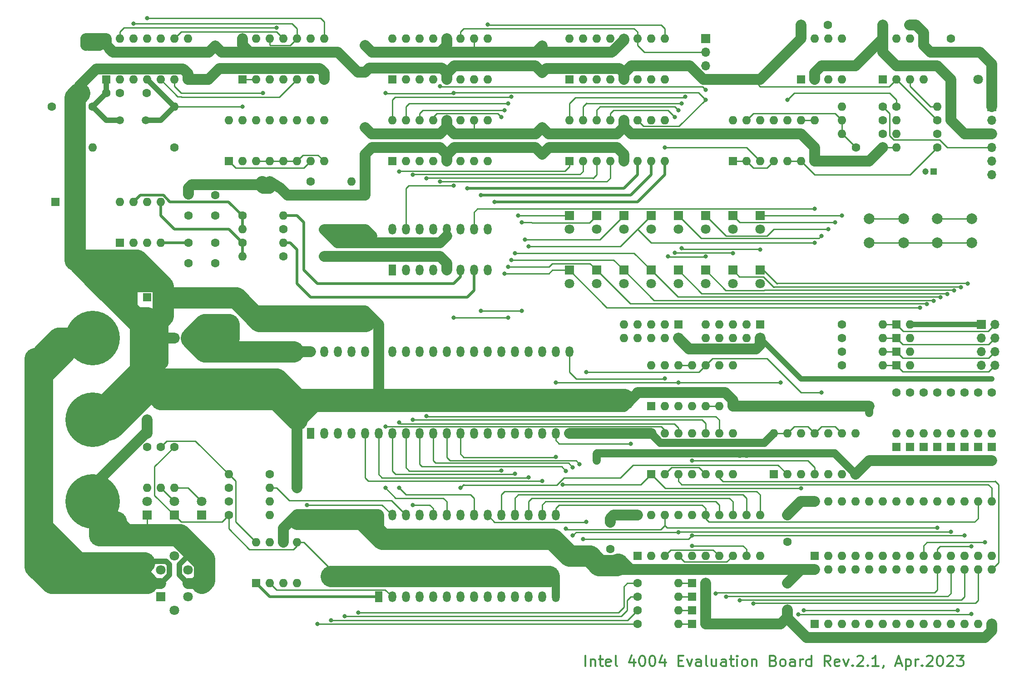
<source format=gbr>
%TF.GenerationSoftware,KiCad,Pcbnew,7.0.1*%
%TF.CreationDate,2023-04-05T20:47:30+09:00*%
%TF.ProjectId,test4004,74657374-3430-4303-942e-6b696361645f,rev?*%
%TF.SameCoordinates,Original*%
%TF.FileFunction,Copper,L1,Top*%
%TF.FilePolarity,Positive*%
%FSLAX46Y46*%
G04 Gerber Fmt 4.6, Leading zero omitted, Abs format (unit mm)*
G04 Created by KiCad (PCBNEW 7.0.1) date 2023-04-05 20:47:30*
%MOMM*%
%LPD*%
G01*
G04 APERTURE LIST*
%ADD10C,0.300000*%
%TA.AperFunction,NonConductor*%
%ADD11C,0.300000*%
%TD*%
%TA.AperFunction,ComponentPad*%
%ADD12R,1.800000X1.800000*%
%TD*%
%TA.AperFunction,ComponentPad*%
%ADD13C,1.800000*%
%TD*%
%TA.AperFunction,ComponentPad*%
%ADD14C,1.600000*%
%TD*%
%TA.AperFunction,ComponentPad*%
%ADD15O,1.600000X1.600000*%
%TD*%
%TA.AperFunction,ComponentPad*%
%ADD16R,1.600000X1.600000*%
%TD*%
%TA.AperFunction,ComponentPad*%
%ADD17C,10.160000*%
%TD*%
%TA.AperFunction,ComponentPad*%
%ADD18R,1.200000X1.200000*%
%TD*%
%TA.AperFunction,ComponentPad*%
%ADD19C,1.200000*%
%TD*%
%TA.AperFunction,ComponentPad*%
%ADD20R,1.440000X2.000000*%
%TD*%
%TA.AperFunction,ComponentPad*%
%ADD21O,1.440000X2.000000*%
%TD*%
%TA.AperFunction,ComponentPad*%
%ADD22R,1.700000X1.700000*%
%TD*%
%TA.AperFunction,ComponentPad*%
%ADD23O,1.700000X1.700000*%
%TD*%
%TA.AperFunction,ComponentPad*%
%ADD24C,1.500000*%
%TD*%
%TA.AperFunction,ComponentPad*%
%ADD25C,2.000000*%
%TD*%
%TA.AperFunction,ViaPad*%
%ADD26C,0.800000*%
%TD*%
%TA.AperFunction,Conductor*%
%ADD27C,4.000000*%
%TD*%
%TA.AperFunction,Conductor*%
%ADD28C,2.000000*%
%TD*%
%TA.AperFunction,Conductor*%
%ADD29C,0.250000*%
%TD*%
%TA.AperFunction,Conductor*%
%ADD30C,1.500000*%
%TD*%
%TA.AperFunction,Conductor*%
%ADD31C,1.000000*%
%TD*%
%TA.AperFunction,Conductor*%
%ADD32C,3.000000*%
%TD*%
%TA.AperFunction,Conductor*%
%ADD33C,8.000000*%
%TD*%
%TA.AperFunction,Conductor*%
%ADD34C,0.500000*%
%TD*%
G04 APERTURE END LIST*
D10*
D11*
X104616190Y-124723238D02*
X104616190Y-122723238D01*
X105568571Y-123389904D02*
X105568571Y-124723238D01*
X105568571Y-123580380D02*
X105663809Y-123485142D01*
X105663809Y-123485142D02*
X105854285Y-123389904D01*
X105854285Y-123389904D02*
X106140000Y-123389904D01*
X106140000Y-123389904D02*
X106330476Y-123485142D01*
X106330476Y-123485142D02*
X106425714Y-123675619D01*
X106425714Y-123675619D02*
X106425714Y-124723238D01*
X107092381Y-123389904D02*
X107854285Y-123389904D01*
X107378095Y-122723238D02*
X107378095Y-124437523D01*
X107378095Y-124437523D02*
X107473333Y-124628000D01*
X107473333Y-124628000D02*
X107663809Y-124723238D01*
X107663809Y-124723238D02*
X107854285Y-124723238D01*
X109282857Y-124628000D02*
X109092381Y-124723238D01*
X109092381Y-124723238D02*
X108711428Y-124723238D01*
X108711428Y-124723238D02*
X108520952Y-124628000D01*
X108520952Y-124628000D02*
X108425714Y-124437523D01*
X108425714Y-124437523D02*
X108425714Y-123675619D01*
X108425714Y-123675619D02*
X108520952Y-123485142D01*
X108520952Y-123485142D02*
X108711428Y-123389904D01*
X108711428Y-123389904D02*
X109092381Y-123389904D01*
X109092381Y-123389904D02*
X109282857Y-123485142D01*
X109282857Y-123485142D02*
X109378095Y-123675619D01*
X109378095Y-123675619D02*
X109378095Y-123866095D01*
X109378095Y-123866095D02*
X108425714Y-124056571D01*
X110520952Y-124723238D02*
X110330476Y-124628000D01*
X110330476Y-124628000D02*
X110235238Y-124437523D01*
X110235238Y-124437523D02*
X110235238Y-122723238D01*
X113663810Y-123389904D02*
X113663810Y-124723238D01*
X113187619Y-122628000D02*
X112711429Y-124056571D01*
X112711429Y-124056571D02*
X113949524Y-124056571D01*
X115092381Y-122723238D02*
X115282858Y-122723238D01*
X115282858Y-122723238D02*
X115473334Y-122818476D01*
X115473334Y-122818476D02*
X115568572Y-122913714D01*
X115568572Y-122913714D02*
X115663810Y-123104190D01*
X115663810Y-123104190D02*
X115759048Y-123485142D01*
X115759048Y-123485142D02*
X115759048Y-123961333D01*
X115759048Y-123961333D02*
X115663810Y-124342285D01*
X115663810Y-124342285D02*
X115568572Y-124532761D01*
X115568572Y-124532761D02*
X115473334Y-124628000D01*
X115473334Y-124628000D02*
X115282858Y-124723238D01*
X115282858Y-124723238D02*
X115092381Y-124723238D01*
X115092381Y-124723238D02*
X114901905Y-124628000D01*
X114901905Y-124628000D02*
X114806667Y-124532761D01*
X114806667Y-124532761D02*
X114711429Y-124342285D01*
X114711429Y-124342285D02*
X114616191Y-123961333D01*
X114616191Y-123961333D02*
X114616191Y-123485142D01*
X114616191Y-123485142D02*
X114711429Y-123104190D01*
X114711429Y-123104190D02*
X114806667Y-122913714D01*
X114806667Y-122913714D02*
X114901905Y-122818476D01*
X114901905Y-122818476D02*
X115092381Y-122723238D01*
X116997143Y-122723238D02*
X117187620Y-122723238D01*
X117187620Y-122723238D02*
X117378096Y-122818476D01*
X117378096Y-122818476D02*
X117473334Y-122913714D01*
X117473334Y-122913714D02*
X117568572Y-123104190D01*
X117568572Y-123104190D02*
X117663810Y-123485142D01*
X117663810Y-123485142D02*
X117663810Y-123961333D01*
X117663810Y-123961333D02*
X117568572Y-124342285D01*
X117568572Y-124342285D02*
X117473334Y-124532761D01*
X117473334Y-124532761D02*
X117378096Y-124628000D01*
X117378096Y-124628000D02*
X117187620Y-124723238D01*
X117187620Y-124723238D02*
X116997143Y-124723238D01*
X116997143Y-124723238D02*
X116806667Y-124628000D01*
X116806667Y-124628000D02*
X116711429Y-124532761D01*
X116711429Y-124532761D02*
X116616191Y-124342285D01*
X116616191Y-124342285D02*
X116520953Y-123961333D01*
X116520953Y-123961333D02*
X116520953Y-123485142D01*
X116520953Y-123485142D02*
X116616191Y-123104190D01*
X116616191Y-123104190D02*
X116711429Y-122913714D01*
X116711429Y-122913714D02*
X116806667Y-122818476D01*
X116806667Y-122818476D02*
X116997143Y-122723238D01*
X119378096Y-123389904D02*
X119378096Y-124723238D01*
X118901905Y-122628000D02*
X118425715Y-124056571D01*
X118425715Y-124056571D02*
X119663810Y-124056571D01*
X121949525Y-123675619D02*
X122616192Y-123675619D01*
X122901906Y-124723238D02*
X121949525Y-124723238D01*
X121949525Y-124723238D02*
X121949525Y-122723238D01*
X121949525Y-122723238D02*
X122901906Y-122723238D01*
X123568573Y-123389904D02*
X124044763Y-124723238D01*
X124044763Y-124723238D02*
X124520954Y-123389904D01*
X126140002Y-124723238D02*
X126140002Y-123675619D01*
X126140002Y-123675619D02*
X126044764Y-123485142D01*
X126044764Y-123485142D02*
X125854288Y-123389904D01*
X125854288Y-123389904D02*
X125473335Y-123389904D01*
X125473335Y-123389904D02*
X125282859Y-123485142D01*
X126140002Y-124628000D02*
X125949526Y-124723238D01*
X125949526Y-124723238D02*
X125473335Y-124723238D01*
X125473335Y-124723238D02*
X125282859Y-124628000D01*
X125282859Y-124628000D02*
X125187621Y-124437523D01*
X125187621Y-124437523D02*
X125187621Y-124247047D01*
X125187621Y-124247047D02*
X125282859Y-124056571D01*
X125282859Y-124056571D02*
X125473335Y-123961333D01*
X125473335Y-123961333D02*
X125949526Y-123961333D01*
X125949526Y-123961333D02*
X126140002Y-123866095D01*
X127378097Y-124723238D02*
X127187621Y-124628000D01*
X127187621Y-124628000D02*
X127092383Y-124437523D01*
X127092383Y-124437523D02*
X127092383Y-122723238D01*
X128997145Y-123389904D02*
X128997145Y-124723238D01*
X128140002Y-123389904D02*
X128140002Y-124437523D01*
X128140002Y-124437523D02*
X128235240Y-124628000D01*
X128235240Y-124628000D02*
X128425716Y-124723238D01*
X128425716Y-124723238D02*
X128711431Y-124723238D01*
X128711431Y-124723238D02*
X128901907Y-124628000D01*
X128901907Y-124628000D02*
X128997145Y-124532761D01*
X130806669Y-124723238D02*
X130806669Y-123675619D01*
X130806669Y-123675619D02*
X130711431Y-123485142D01*
X130711431Y-123485142D02*
X130520955Y-123389904D01*
X130520955Y-123389904D02*
X130140002Y-123389904D01*
X130140002Y-123389904D02*
X129949526Y-123485142D01*
X130806669Y-124628000D02*
X130616193Y-124723238D01*
X130616193Y-124723238D02*
X130140002Y-124723238D01*
X130140002Y-124723238D02*
X129949526Y-124628000D01*
X129949526Y-124628000D02*
X129854288Y-124437523D01*
X129854288Y-124437523D02*
X129854288Y-124247047D01*
X129854288Y-124247047D02*
X129949526Y-124056571D01*
X129949526Y-124056571D02*
X130140002Y-123961333D01*
X130140002Y-123961333D02*
X130616193Y-123961333D01*
X130616193Y-123961333D02*
X130806669Y-123866095D01*
X131473336Y-123389904D02*
X132235240Y-123389904D01*
X131759050Y-122723238D02*
X131759050Y-124437523D01*
X131759050Y-124437523D02*
X131854288Y-124628000D01*
X131854288Y-124628000D02*
X132044764Y-124723238D01*
X132044764Y-124723238D02*
X132235240Y-124723238D01*
X132901907Y-124723238D02*
X132901907Y-123389904D01*
X132901907Y-122723238D02*
X132806669Y-122818476D01*
X132806669Y-122818476D02*
X132901907Y-122913714D01*
X132901907Y-122913714D02*
X132997145Y-122818476D01*
X132997145Y-122818476D02*
X132901907Y-122723238D01*
X132901907Y-122723238D02*
X132901907Y-122913714D01*
X134140002Y-124723238D02*
X133949526Y-124628000D01*
X133949526Y-124628000D02*
X133854288Y-124532761D01*
X133854288Y-124532761D02*
X133759050Y-124342285D01*
X133759050Y-124342285D02*
X133759050Y-123770857D01*
X133759050Y-123770857D02*
X133854288Y-123580380D01*
X133854288Y-123580380D02*
X133949526Y-123485142D01*
X133949526Y-123485142D02*
X134140002Y-123389904D01*
X134140002Y-123389904D02*
X134425717Y-123389904D01*
X134425717Y-123389904D02*
X134616193Y-123485142D01*
X134616193Y-123485142D02*
X134711431Y-123580380D01*
X134711431Y-123580380D02*
X134806669Y-123770857D01*
X134806669Y-123770857D02*
X134806669Y-124342285D01*
X134806669Y-124342285D02*
X134711431Y-124532761D01*
X134711431Y-124532761D02*
X134616193Y-124628000D01*
X134616193Y-124628000D02*
X134425717Y-124723238D01*
X134425717Y-124723238D02*
X134140002Y-124723238D01*
X135663812Y-123389904D02*
X135663812Y-124723238D01*
X135663812Y-123580380D02*
X135759050Y-123485142D01*
X135759050Y-123485142D02*
X135949526Y-123389904D01*
X135949526Y-123389904D02*
X136235241Y-123389904D01*
X136235241Y-123389904D02*
X136425717Y-123485142D01*
X136425717Y-123485142D02*
X136520955Y-123675619D01*
X136520955Y-123675619D02*
X136520955Y-124723238D01*
X139663813Y-123675619D02*
X139949527Y-123770857D01*
X139949527Y-123770857D02*
X140044765Y-123866095D01*
X140044765Y-123866095D02*
X140140003Y-124056571D01*
X140140003Y-124056571D02*
X140140003Y-124342285D01*
X140140003Y-124342285D02*
X140044765Y-124532761D01*
X140044765Y-124532761D02*
X139949527Y-124628000D01*
X139949527Y-124628000D02*
X139759051Y-124723238D01*
X139759051Y-124723238D02*
X138997146Y-124723238D01*
X138997146Y-124723238D02*
X138997146Y-122723238D01*
X138997146Y-122723238D02*
X139663813Y-122723238D01*
X139663813Y-122723238D02*
X139854289Y-122818476D01*
X139854289Y-122818476D02*
X139949527Y-122913714D01*
X139949527Y-122913714D02*
X140044765Y-123104190D01*
X140044765Y-123104190D02*
X140044765Y-123294666D01*
X140044765Y-123294666D02*
X139949527Y-123485142D01*
X139949527Y-123485142D02*
X139854289Y-123580380D01*
X139854289Y-123580380D02*
X139663813Y-123675619D01*
X139663813Y-123675619D02*
X138997146Y-123675619D01*
X141282860Y-124723238D02*
X141092384Y-124628000D01*
X141092384Y-124628000D02*
X140997146Y-124532761D01*
X140997146Y-124532761D02*
X140901908Y-124342285D01*
X140901908Y-124342285D02*
X140901908Y-123770857D01*
X140901908Y-123770857D02*
X140997146Y-123580380D01*
X140997146Y-123580380D02*
X141092384Y-123485142D01*
X141092384Y-123485142D02*
X141282860Y-123389904D01*
X141282860Y-123389904D02*
X141568575Y-123389904D01*
X141568575Y-123389904D02*
X141759051Y-123485142D01*
X141759051Y-123485142D02*
X141854289Y-123580380D01*
X141854289Y-123580380D02*
X141949527Y-123770857D01*
X141949527Y-123770857D02*
X141949527Y-124342285D01*
X141949527Y-124342285D02*
X141854289Y-124532761D01*
X141854289Y-124532761D02*
X141759051Y-124628000D01*
X141759051Y-124628000D02*
X141568575Y-124723238D01*
X141568575Y-124723238D02*
X141282860Y-124723238D01*
X143663813Y-124723238D02*
X143663813Y-123675619D01*
X143663813Y-123675619D02*
X143568575Y-123485142D01*
X143568575Y-123485142D02*
X143378099Y-123389904D01*
X143378099Y-123389904D02*
X142997146Y-123389904D01*
X142997146Y-123389904D02*
X142806670Y-123485142D01*
X143663813Y-124628000D02*
X143473337Y-124723238D01*
X143473337Y-124723238D02*
X142997146Y-124723238D01*
X142997146Y-124723238D02*
X142806670Y-124628000D01*
X142806670Y-124628000D02*
X142711432Y-124437523D01*
X142711432Y-124437523D02*
X142711432Y-124247047D01*
X142711432Y-124247047D02*
X142806670Y-124056571D01*
X142806670Y-124056571D02*
X142997146Y-123961333D01*
X142997146Y-123961333D02*
X143473337Y-123961333D01*
X143473337Y-123961333D02*
X143663813Y-123866095D01*
X144616194Y-124723238D02*
X144616194Y-123389904D01*
X144616194Y-123770857D02*
X144711432Y-123580380D01*
X144711432Y-123580380D02*
X144806670Y-123485142D01*
X144806670Y-123485142D02*
X144997146Y-123389904D01*
X144997146Y-123389904D02*
X145187623Y-123389904D01*
X146711432Y-124723238D02*
X146711432Y-122723238D01*
X146711432Y-124628000D02*
X146520956Y-124723238D01*
X146520956Y-124723238D02*
X146140003Y-124723238D01*
X146140003Y-124723238D02*
X145949527Y-124628000D01*
X145949527Y-124628000D02*
X145854289Y-124532761D01*
X145854289Y-124532761D02*
X145759051Y-124342285D01*
X145759051Y-124342285D02*
X145759051Y-123770857D01*
X145759051Y-123770857D02*
X145854289Y-123580380D01*
X145854289Y-123580380D02*
X145949527Y-123485142D01*
X145949527Y-123485142D02*
X146140003Y-123389904D01*
X146140003Y-123389904D02*
X146520956Y-123389904D01*
X146520956Y-123389904D02*
X146711432Y-123485142D01*
X150330480Y-124723238D02*
X149663813Y-123770857D01*
X149187623Y-124723238D02*
X149187623Y-122723238D01*
X149187623Y-122723238D02*
X149949528Y-122723238D01*
X149949528Y-122723238D02*
X150140004Y-122818476D01*
X150140004Y-122818476D02*
X150235242Y-122913714D01*
X150235242Y-122913714D02*
X150330480Y-123104190D01*
X150330480Y-123104190D02*
X150330480Y-123389904D01*
X150330480Y-123389904D02*
X150235242Y-123580380D01*
X150235242Y-123580380D02*
X150140004Y-123675619D01*
X150140004Y-123675619D02*
X149949528Y-123770857D01*
X149949528Y-123770857D02*
X149187623Y-123770857D01*
X151949528Y-124628000D02*
X151759052Y-124723238D01*
X151759052Y-124723238D02*
X151378099Y-124723238D01*
X151378099Y-124723238D02*
X151187623Y-124628000D01*
X151187623Y-124628000D02*
X151092385Y-124437523D01*
X151092385Y-124437523D02*
X151092385Y-123675619D01*
X151092385Y-123675619D02*
X151187623Y-123485142D01*
X151187623Y-123485142D02*
X151378099Y-123389904D01*
X151378099Y-123389904D02*
X151759052Y-123389904D01*
X151759052Y-123389904D02*
X151949528Y-123485142D01*
X151949528Y-123485142D02*
X152044766Y-123675619D01*
X152044766Y-123675619D02*
X152044766Y-123866095D01*
X152044766Y-123866095D02*
X151092385Y-124056571D01*
X152711433Y-123389904D02*
X153187623Y-124723238D01*
X153187623Y-124723238D02*
X153663814Y-123389904D01*
X154425719Y-124532761D02*
X154520957Y-124628000D01*
X154520957Y-124628000D02*
X154425719Y-124723238D01*
X154425719Y-124723238D02*
X154330481Y-124628000D01*
X154330481Y-124628000D02*
X154425719Y-124532761D01*
X154425719Y-124532761D02*
X154425719Y-124723238D01*
X155282862Y-122913714D02*
X155378100Y-122818476D01*
X155378100Y-122818476D02*
X155568576Y-122723238D01*
X155568576Y-122723238D02*
X156044767Y-122723238D01*
X156044767Y-122723238D02*
X156235243Y-122818476D01*
X156235243Y-122818476D02*
X156330481Y-122913714D01*
X156330481Y-122913714D02*
X156425719Y-123104190D01*
X156425719Y-123104190D02*
X156425719Y-123294666D01*
X156425719Y-123294666D02*
X156330481Y-123580380D01*
X156330481Y-123580380D02*
X155187624Y-124723238D01*
X155187624Y-124723238D02*
X156425719Y-124723238D01*
X157282862Y-124532761D02*
X157378100Y-124628000D01*
X157378100Y-124628000D02*
X157282862Y-124723238D01*
X157282862Y-124723238D02*
X157187624Y-124628000D01*
X157187624Y-124628000D02*
X157282862Y-124532761D01*
X157282862Y-124532761D02*
X157282862Y-124723238D01*
X159282862Y-124723238D02*
X158140005Y-124723238D01*
X158711433Y-124723238D02*
X158711433Y-122723238D01*
X158711433Y-122723238D02*
X158520957Y-123008952D01*
X158520957Y-123008952D02*
X158330481Y-123199428D01*
X158330481Y-123199428D02*
X158140005Y-123294666D01*
X160235243Y-124628000D02*
X160235243Y-124723238D01*
X160235243Y-124723238D02*
X160140005Y-124913714D01*
X160140005Y-124913714D02*
X160044767Y-125008952D01*
X162520958Y-124151809D02*
X163473339Y-124151809D01*
X162330482Y-124723238D02*
X162997148Y-122723238D01*
X162997148Y-122723238D02*
X163663815Y-124723238D01*
X164330482Y-123389904D02*
X164330482Y-125389904D01*
X164330482Y-123485142D02*
X164520958Y-123389904D01*
X164520958Y-123389904D02*
X164901911Y-123389904D01*
X164901911Y-123389904D02*
X165092387Y-123485142D01*
X165092387Y-123485142D02*
X165187625Y-123580380D01*
X165187625Y-123580380D02*
X165282863Y-123770857D01*
X165282863Y-123770857D02*
X165282863Y-124342285D01*
X165282863Y-124342285D02*
X165187625Y-124532761D01*
X165187625Y-124532761D02*
X165092387Y-124628000D01*
X165092387Y-124628000D02*
X164901911Y-124723238D01*
X164901911Y-124723238D02*
X164520958Y-124723238D01*
X164520958Y-124723238D02*
X164330482Y-124628000D01*
X166140006Y-124723238D02*
X166140006Y-123389904D01*
X166140006Y-123770857D02*
X166235244Y-123580380D01*
X166235244Y-123580380D02*
X166330482Y-123485142D01*
X166330482Y-123485142D02*
X166520958Y-123389904D01*
X166520958Y-123389904D02*
X166711435Y-123389904D01*
X167378101Y-124532761D02*
X167473339Y-124628000D01*
X167473339Y-124628000D02*
X167378101Y-124723238D01*
X167378101Y-124723238D02*
X167282863Y-124628000D01*
X167282863Y-124628000D02*
X167378101Y-124532761D01*
X167378101Y-124532761D02*
X167378101Y-124723238D01*
X168235244Y-122913714D02*
X168330482Y-122818476D01*
X168330482Y-122818476D02*
X168520958Y-122723238D01*
X168520958Y-122723238D02*
X168997149Y-122723238D01*
X168997149Y-122723238D02*
X169187625Y-122818476D01*
X169187625Y-122818476D02*
X169282863Y-122913714D01*
X169282863Y-122913714D02*
X169378101Y-123104190D01*
X169378101Y-123104190D02*
X169378101Y-123294666D01*
X169378101Y-123294666D02*
X169282863Y-123580380D01*
X169282863Y-123580380D02*
X168140006Y-124723238D01*
X168140006Y-124723238D02*
X169378101Y-124723238D01*
X170616196Y-122723238D02*
X170806673Y-122723238D01*
X170806673Y-122723238D02*
X170997149Y-122818476D01*
X170997149Y-122818476D02*
X171092387Y-122913714D01*
X171092387Y-122913714D02*
X171187625Y-123104190D01*
X171187625Y-123104190D02*
X171282863Y-123485142D01*
X171282863Y-123485142D02*
X171282863Y-123961333D01*
X171282863Y-123961333D02*
X171187625Y-124342285D01*
X171187625Y-124342285D02*
X171092387Y-124532761D01*
X171092387Y-124532761D02*
X170997149Y-124628000D01*
X170997149Y-124628000D02*
X170806673Y-124723238D01*
X170806673Y-124723238D02*
X170616196Y-124723238D01*
X170616196Y-124723238D02*
X170425720Y-124628000D01*
X170425720Y-124628000D02*
X170330482Y-124532761D01*
X170330482Y-124532761D02*
X170235244Y-124342285D01*
X170235244Y-124342285D02*
X170140006Y-123961333D01*
X170140006Y-123961333D02*
X170140006Y-123485142D01*
X170140006Y-123485142D02*
X170235244Y-123104190D01*
X170235244Y-123104190D02*
X170330482Y-122913714D01*
X170330482Y-122913714D02*
X170425720Y-122818476D01*
X170425720Y-122818476D02*
X170616196Y-122723238D01*
X172044768Y-122913714D02*
X172140006Y-122818476D01*
X172140006Y-122818476D02*
X172330482Y-122723238D01*
X172330482Y-122723238D02*
X172806673Y-122723238D01*
X172806673Y-122723238D02*
X172997149Y-122818476D01*
X172997149Y-122818476D02*
X173092387Y-122913714D01*
X173092387Y-122913714D02*
X173187625Y-123104190D01*
X173187625Y-123104190D02*
X173187625Y-123294666D01*
X173187625Y-123294666D02*
X173092387Y-123580380D01*
X173092387Y-123580380D02*
X171949530Y-124723238D01*
X171949530Y-124723238D02*
X173187625Y-124723238D01*
X173854292Y-122723238D02*
X175092387Y-122723238D01*
X175092387Y-122723238D02*
X174425720Y-123485142D01*
X174425720Y-123485142D02*
X174711435Y-123485142D01*
X174711435Y-123485142D02*
X174901911Y-123580380D01*
X174901911Y-123580380D02*
X174997149Y-123675619D01*
X174997149Y-123675619D02*
X175092387Y-123866095D01*
X175092387Y-123866095D02*
X175092387Y-124342285D01*
X175092387Y-124342285D02*
X174997149Y-124532761D01*
X174997149Y-124532761D02*
X174901911Y-124628000D01*
X174901911Y-124628000D02*
X174711435Y-124723238D01*
X174711435Y-124723238D02*
X174140006Y-124723238D01*
X174140006Y-124723238D02*
X173949530Y-124628000D01*
X173949530Y-124628000D02*
X173854292Y-124532761D01*
D12*
%TO.P,D19,1,K*%
%TO.N,BANK1*%
X132080000Y-50800000D03*
D13*
%TO.P,D19,2,A*%
%TO.N,Net-(D19-A)*%
X132080000Y-53340000D03*
%TD*%
D14*
%TO.P,C12,1*%
%TO.N,Net-(C12-Pad1)*%
X15240000Y-17780000D03*
%TO.P,C12,2*%
%TO.N,GND*%
X10240000Y-17780000D03*
%TD*%
%TO.P,C7,1*%
%TO.N,GND*%
X35560000Y-36830000D03*
%TO.P,C7,2*%
%TO.N,+5V*%
X30560000Y-36830000D03*
%TD*%
D12*
%TO.P,D20,1,K*%
%TO.N,BANK2*%
X127000000Y-50800000D03*
D13*
%TO.P,D20,2,A*%
%TO.N,Net-(D20-A)*%
X127000000Y-53340000D03*
%TD*%
D14*
%TO.P,R5,1*%
%TO.N,Net-(D5-A)*%
X172720000Y-7620000D03*
D15*
%TO.P,R5,2*%
%TO.N,VBUS*%
X172720000Y-15240000D03*
%TD*%
D16*
%TO.P,D28,1,K*%
%TO.N,Net-(D28-K)*%
X165100000Y-83820000D03*
D15*
%TO.P,D28,2,A*%
%TO.N,GND*%
X165100000Y-86360000D03*
%TD*%
D14*
%TO.P,R26,1*%
%TO.N,BANK1*%
X177800000Y-73660000D03*
D15*
%TO.P,R26,2*%
%TO.N,Net-(D23-K)*%
X177800000Y-81280000D03*
%TD*%
D12*
%TO.P,D9,1,K*%
%TO.N,Net-(D9-K)*%
X101600000Y-40640000D03*
D13*
%TO.P,D9,2,A*%
%TO.N,Net-(D9-A)*%
X101600000Y-43180000D03*
%TD*%
D14*
%TO.P,R33,1*%
%TO.N,Net-(U20-I{slash}O2)*%
X114300000Y-114300000D03*
D15*
%TO.P,R33,2*%
%TO.N,Net-(D31-K)*%
X121920000Y-114300000D03*
%TD*%
D16*
%TO.P,D1,1,K*%
%TO.N,Net-(D1-K)*%
X162560000Y-60960000D03*
D15*
%TO.P,D1,2,A*%
%TO.N,GND*%
X165100000Y-60960000D03*
%TD*%
D14*
%TO.P,R12,1*%
%TO.N,Net-(C4-Pad1)*%
X170180000Y-27940000D03*
D15*
%TO.P,R12,2*%
%TO.N,-10V*%
X162560000Y-27940000D03*
%TD*%
D14*
%TO.P,C15,1*%
%TO.N,+5V*%
X96520000Y-13970000D03*
%TO.P,C15,2*%
%TO.N,-10V*%
X96520000Y-8970000D03*
%TD*%
%TO.P,C1,1*%
%TO.N,-10V*%
X149780000Y-5080000D03*
%TO.P,C1,2*%
%TO.N,+5V*%
X144780000Y-5080000D03*
%TD*%
%TO.P,R2,1*%
%TO.N,RAM2-1*%
X152400000Y-63500000D03*
D15*
%TO.P,R2,2*%
%TO.N,Net-(D2-K)*%
X160020000Y-63500000D03*
%TD*%
D14*
%TO.P,R37,1*%
%TO.N,Net-(D35-K)*%
X22860000Y-83820000D03*
D15*
%TO.P,R37,2*%
%TO.N,Net-(D37-A)*%
X22860000Y-91440000D03*
%TD*%
D12*
%TO.P,D13,1,K*%
%TO.N,RAM2-3*%
X121920000Y-40640000D03*
D13*
%TO.P,D13,2,A*%
%TO.N,Net-(D13-A)*%
X121920000Y-43180000D03*
%TD*%
D16*
%TO.P,D4,1,K*%
%TO.N,Net-(D4-K)*%
X162560000Y-68580000D03*
D15*
%TO.P,D4,2,A*%
%TO.N,GND*%
X165100000Y-68580000D03*
%TD*%
D16*
%TO.P,SW3,1*%
%TO.N,ROM_P1*%
X43180000Y-109220000D03*
D15*
%TO.P,SW3,2*%
%TO.N,ROM_P2*%
X45720000Y-109220000D03*
%TO.P,SW3,3*%
%TO.N,ROM_P26*%
X48260000Y-109220000D03*
%TO.P,SW3,4*%
%TO.N,ROM_P27*%
X50800000Y-109220000D03*
%TO.P,SW3,5*%
%TO.N,GND*%
X50800000Y-101600000D03*
%TO.P,SW3,6*%
%TO.N,+5V*%
X48260000Y-101600000D03*
%TO.P,SW3,7*%
X45720000Y-101600000D03*
%TO.P,SW3,8*%
X43180000Y-101600000D03*
%TD*%
D14*
%TO.P,R20,1*%
%TO.N,BANK7*%
X162560000Y-73660000D03*
D15*
%TO.P,R20,2*%
%TO.N,Net-(D29-K)*%
X162560000Y-81280000D03*
%TD*%
D12*
%TO.P,D17,1,K*%
%TO.N,BANK7*%
X101600000Y-50800000D03*
D13*
%TO.P,D17,2,A*%
%TO.N,Net-(D17-A)*%
X101600000Y-53340000D03*
%TD*%
D14*
%TO.P,C5,1*%
%TO.N,+5V*%
X35560000Y-8970000D03*
%TO.P,C5,2*%
%TO.N,GND*%
X35560000Y-13970000D03*
%TD*%
D12*
%TO.P,D38,1,K*%
%TO.N,-10V*%
X33020000Y-96520000D03*
D13*
%TO.P,D38,2,A*%
%TO.N,Net-(D38-A)*%
X33020000Y-93980000D03*
%TD*%
D14*
%TO.P,C17,1*%
%TO.N,+5V*%
X96520000Y-29210000D03*
%TO.P,C17,2*%
%TO.N,-10V*%
X96520000Y-24210000D03*
%TD*%
%TO.P,R13,1*%
%TO.N,Net-(U12-EP)*%
X53340000Y-34290000D03*
D15*
%TO.P,R13,2*%
%TO.N,+5V*%
X60960000Y-34290000D03*
%TD*%
D16*
%TO.P,D24,1,K*%
%TO.N,Net-(D24-K)*%
X175260000Y-83820000D03*
D15*
%TO.P,D24,2,A*%
%TO.N,GND*%
X175260000Y-86360000D03*
%TD*%
D14*
%TO.P,C13,1*%
%TO.N,+5V*%
X55880000Y-48260000D03*
%TO.P,C13,2*%
%TO.N,-10V*%
X55880000Y-43260000D03*
%TD*%
D16*
%TO.P,U14,1*%
%TO.N,Net-(U20-FL)*%
X116840000Y-88900000D03*
D15*
%TO.P,U14,2*%
%TO.N,Net-(U14-Pad2)*%
X119380000Y-88900000D03*
%TO.P,U14,3*%
%TO.N,~{WE_OPA}*%
X121920000Y-88900000D03*
%TO.P,U14,4*%
%TO.N,Net-(U13-Pad4)*%
X124460000Y-88900000D03*
%TO.P,U14,5*%
%TO.N,Net-(U14-Pad2)*%
X127000000Y-88900000D03*
%TO.P,U14,6*%
%TO.N,~{WE_OPR}*%
X129540000Y-88900000D03*
%TO.P,U14,7,GND*%
%TO.N,GND*%
X132080000Y-88900000D03*
%TO.P,U14,8*%
%TO.N,Net-(U14-Pad8)*%
X132080000Y-81280000D03*
%TO.P,U14,9*%
%TO.N,C0*%
X129540000Y-81280000D03*
%TO.P,U14,10*%
%TO.N,C1*%
X127000000Y-81280000D03*
%TO.P,U14,11*%
%TO.N,Net-(U14-Pad11)*%
X124460000Y-81280000D03*
%TO.P,U14,12*%
%TO.N,C2*%
X121920000Y-81280000D03*
%TO.P,U14,13*%
%TO.N,C3*%
X119380000Y-81280000D03*
%TO.P,U14,14,VCC*%
%TO.N,+5V*%
X116840000Y-81280000D03*
%TD*%
D14*
%TO.P,R23,1*%
%TO.N,BANK4*%
X170180000Y-73660000D03*
D15*
%TO.P,R23,2*%
%TO.N,Net-(D26-K)*%
X170180000Y-81280000D03*
%TD*%
D14*
%TO.P,R6,1*%
%TO.N,Net-(J1-Pin_4)*%
X160020000Y-20320000D03*
D15*
%TO.P,R6,2*%
%TO.N,Net-(U1-K)*%
X152400000Y-20320000D03*
%TD*%
D12*
%TO.P,D15,1,K*%
%TO.N,BANK5*%
X111760000Y-50800000D03*
D13*
%TO.P,D15,2,A*%
%TO.N,Net-(D15-A)*%
X111760000Y-53340000D03*
%TD*%
D17*
%TO.P,J5,1,Pin_1*%
%TO.N,GND*%
X12700000Y-78740000D03*
%TD*%
D18*
%TO.P,C4,1*%
%TO.N,Net-(C4-Pad1)*%
X169545000Y-32385000D03*
D19*
%TO.P,C4,2*%
%TO.N,-10V*%
X168045000Y-32385000D03*
%TD*%
D20*
%TO.P,U4,1,D0*%
%TO.N,/ProgramMemory/D0*%
X68580000Y-50800000D03*
D21*
%TO.P,U4,2,D1*%
%TO.N,/ProgramMemory/D1*%
X71120000Y-50800000D03*
%TO.P,U4,3,D2*%
%TO.N,/ProgramMemory/D2*%
X73660000Y-50800000D03*
%TO.P,U4,4,D3*%
%TO.N,/ProgramMemory/D3*%
X76200000Y-50800000D03*
%TO.P,U4,5,Vss*%
%TO.N,+5V*%
X78740000Y-50800000D03*
%TO.P,U4,6,CLK1*%
%TO.N,/ClockGen/CLK1*%
X81280000Y-50800000D03*
%TO.P,U4,7,CLK2*%
%TO.N,/ClockGen/CLK2*%
X83820000Y-50800000D03*
%TO.P,U4,8,SYNC*%
%TO.N,/ProgramMemory/SYNC*%
X86360000Y-50800000D03*
%TO.P,U4,9,RESET*%
%TO.N,/ProgramMemory/RESET*%
X86360000Y-43180000D03*
%TO.P,U4,10,TEST*%
%TO.N,Net-(U4-TEST)*%
X83820000Y-43180000D03*
%TO.P,U4,11,CMROM*%
%TO.N,/ProgramMemory/CM*%
X81280000Y-43180000D03*
%TO.P,U4,12,Vdd*%
%TO.N,-10V*%
X78740000Y-43180000D03*
%TO.P,U4,13,CMRAM3*%
%TO.N,unconnected-(U4-CMRAM3-Pad13)*%
X76200000Y-43180000D03*
%TO.P,U4,14,CMRAM2*%
%TO.N,unconnected-(U4-CMRAM2-Pad14)*%
X73660000Y-43180000D03*
%TO.P,U4,15,CMRAM1*%
%TO.N,CMRAM1*%
X71120000Y-43180000D03*
%TO.P,U4,16,CMRAM0*%
%TO.N,CMRAM0*%
X68580000Y-43180000D03*
%TD*%
D14*
%TO.P,R31,1*%
%TO.N,GND*%
X38100000Y-96520000D03*
D15*
%TO.P,R31,2*%
%TO.N,ROM_P1*%
X45720000Y-96520000D03*
%TD*%
D22*
%TO.P,J2,1,Pin_1*%
%TO.N,CMRAM0*%
X127000000Y-7620000D03*
D23*
%TO.P,J2,2,Pin_2*%
%TO.N,CM_RAM23*%
X127000000Y-10160000D03*
%TO.P,J2,3,Pin_3*%
%TO.N,CMRAM1*%
X127000000Y-12700000D03*
%TD*%
D16*
%TO.P,D2,1,K*%
%TO.N,Net-(D2-K)*%
X162560000Y-63500000D03*
D15*
%TO.P,D2,2,A*%
%TO.N,GND*%
X165100000Y-63500000D03*
%TD*%
D16*
%TO.P,D26,1,K*%
%TO.N,Net-(D26-K)*%
X170180000Y-83820000D03*
D15*
%TO.P,D26,2,A*%
%TO.N,GND*%
X170180000Y-86360000D03*
%TD*%
D16*
%TO.P,U8,1,D0*%
%TO.N,/ProgramMemory/D0*%
X101600000Y-30480000D03*
D15*
%TO.P,U8,2,D1*%
%TO.N,/ProgramMemory/D1*%
X104140000Y-30480000D03*
%TO.P,U8,3,D2*%
%TO.N,/ProgramMemory/D2*%
X106680000Y-30480000D03*
%TO.P,U8,4,D3*%
%TO.N,/ProgramMemory/D3*%
X109220000Y-30480000D03*
%TO.P,U8,5,Vss*%
%TO.N,+5V*%
X111760000Y-30480000D03*
%TO.P,U8,6,CLK1*%
%TO.N,/ClockGen/CLK1*%
X114300000Y-30480000D03*
%TO.P,U8,7,CLK2*%
%TO.N,/ClockGen/CLK2*%
X116840000Y-30480000D03*
%TO.P,U8,8,SYNC*%
%TO.N,/ProgramMemory/SYNC*%
X119380000Y-30480000D03*
%TO.P,U8,9,RESET*%
%TO.N,/ProgramMemory/RESET*%
X119380000Y-22860000D03*
%TO.P,U8,10,P0*%
%TO.N,+5V*%
X116840000Y-22860000D03*
%TO.P,U8,11,CM*%
%TO.N,CMRAM0*%
X114300000Y-22860000D03*
%TO.P,U8,12,Vdd*%
%TO.N,-10V*%
X111760000Y-22860000D03*
%TO.P,U8,13,O3*%
%TO.N,BANK3*%
X109220000Y-22860000D03*
%TO.P,U8,14,O2*%
%TO.N,BANK2*%
X106680000Y-22860000D03*
%TO.P,U8,15,O1*%
%TO.N,BANK1*%
X104140000Y-22860000D03*
%TO.P,U8,16,O0*%
%TO.N,BANK0*%
X101600000Y-22860000D03*
%TD*%
D14*
%TO.P,R22,1*%
%TO.N,BANK5*%
X167640000Y-73660000D03*
D15*
%TO.P,R22,2*%
%TO.N,Net-(D27-K)*%
X167640000Y-81280000D03*
%TD*%
D12*
%TO.P,D7,1,K*%
%TO.N,Net-(D7-K)*%
X111760000Y-40640000D03*
D13*
%TO.P,D7,2,A*%
%TO.N,Net-(D7-A)*%
X111760000Y-43180000D03*
%TD*%
D14*
%TO.P,R38,1*%
%TO.N,GND*%
X27940000Y-83820000D03*
D15*
%TO.P,R38,2*%
%TO.N,Net-(D38-A)*%
X27940000Y-91440000D03*
%TD*%
D14*
%TO.P,C9,1*%
%TO.N,Net-(C9-Pad1)*%
X35560000Y-45720000D03*
%TO.P,C9,2*%
%TO.N,Net-(U11-IN_B)*%
X30560000Y-45720000D03*
%TD*%
D16*
%TO.P,D3,1,K*%
%TO.N,Net-(D3-K)*%
X162560000Y-66040000D03*
D15*
%TO.P,D3,2,A*%
%TO.N,GND*%
X165100000Y-66040000D03*
%TD*%
D16*
%TO.P,U3,1*%
%TO.N,Net-(U3-Pad1)*%
X132080000Y-30480000D03*
D15*
%TO.P,U3,2*%
X134620000Y-30480000D03*
%TO.P,U3,3*%
%TO.N,/ProgramMemory/RESET*%
X137160000Y-30480000D03*
%TO.P,U3,4*%
%TO.N,Net-(U3-Pad1)*%
X139700000Y-30480000D03*
%TO.P,U3,5*%
%TO.N,Net-(C4-Pad1)*%
X142240000Y-30480000D03*
%TO.P,U3,6*%
X144780000Y-30480000D03*
%TO.P,U3,7,Vss*%
%TO.N,-10V*%
X147320000Y-30480000D03*
%TO.P,U3,8*%
%TO.N,Net-(D6-K)*%
X147320000Y-22860000D03*
%TO.P,U3,9*%
X144780000Y-22860000D03*
%TO.P,U3,10*%
%TO.N,Net-(R7-Pad1)*%
X142240000Y-22860000D03*
%TO.P,U3,11*%
%TO.N,Net-(U4-TEST)*%
X139700000Y-22860000D03*
%TO.P,U3,12*%
%TO.N,Net-(U1-Vo)*%
X137160000Y-22860000D03*
%TO.P,U3,13*%
%TO.N,Net-(C3-Pad1)*%
X134620000Y-22860000D03*
%TO.P,U3,14,Vdd*%
%TO.N,+5V*%
X132080000Y-22860000D03*
%TD*%
D16*
%TO.P,U5,1,D0*%
%TO.N,/ProgramMemory/D0*%
X68580000Y-15240000D03*
D15*
%TO.P,U5,2,D1*%
%TO.N,/ProgramMemory/D1*%
X71120000Y-15240000D03*
%TO.P,U5,3,D2*%
%TO.N,/ProgramMemory/D2*%
X73660000Y-15240000D03*
%TO.P,U5,4,D3*%
%TO.N,/ProgramMemory/D3*%
X76200000Y-15240000D03*
%TO.P,U5,5,Vss*%
%TO.N,+5V*%
X78740000Y-15240000D03*
%TO.P,U5,6,CLK1*%
%TO.N,/ClockGen/CLK1*%
X81280000Y-15240000D03*
%TO.P,U5,7,CLK2*%
%TO.N,/ClockGen/CLK2*%
X83820000Y-15240000D03*
%TO.P,U5,8,SYNC*%
%TO.N,/ProgramMemory/SYNC*%
X86360000Y-15240000D03*
%TO.P,U5,9,RESET*%
%TO.N,/ProgramMemory/RESET*%
X86360000Y-7620000D03*
%TO.P,U5,10,P0*%
%TO.N,-10V*%
X83820000Y-7620000D03*
%TO.P,U5,11,CM*%
%TO.N,CM_RAM23*%
X81280000Y-7620000D03*
%TO.P,U5,12,Vdd*%
%TO.N,-10V*%
X78740000Y-7620000D03*
%TO.P,U5,13,O3*%
%TO.N,Net-(D9-K)*%
X76200000Y-7620000D03*
%TO.P,U5,14,O2*%
%TO.N,Net-(D8-K)*%
X73660000Y-7620000D03*
%TO.P,U5,15,O1*%
%TO.N,Net-(D7-K)*%
X71120000Y-7620000D03*
%TO.P,U5,16,O0*%
%TO.N,Net-(D6-K)*%
X68580000Y-7620000D03*
%TD*%
D16*
%TO.P,D25,1,K*%
%TO.N,Net-(D25-K)*%
X172720000Y-83820000D03*
D15*
%TO.P,D25,2,A*%
%TO.N,GND*%
X172720000Y-86360000D03*
%TD*%
D14*
%TO.P,R1,1*%
%TO.N,RAM2-0*%
X152400000Y-60960000D03*
D15*
%TO.P,R1,2*%
%TO.N,Net-(D1-K)*%
X160020000Y-60960000D03*
%TD*%
D14*
%TO.P,R17,1*%
%TO.N,Net-(C10-Pad2)*%
X27940000Y-27940000D03*
D15*
%TO.P,R17,2*%
%TO.N,Net-(R17-Pad2)*%
X27940000Y-20320000D03*
%TD*%
D14*
%TO.P,C2,1*%
%TO.N,GND2*%
X165020000Y-5080000D03*
%TO.P,C2,2*%
%TO.N,VBUS*%
X160020000Y-5080000D03*
%TD*%
D16*
%TO.P,D23,1,K*%
%TO.N,Net-(D23-K)*%
X177800000Y-83820000D03*
D15*
%TO.P,D23,2,A*%
%TO.N,GND*%
X177800000Y-86360000D03*
%TD*%
D14*
%TO.P,R18,1*%
%TO.N,-10V*%
X48260000Y-43180000D03*
D15*
%TO.P,R18,2*%
%TO.N,Net-(U11-OUT_A)*%
X40640000Y-43180000D03*
%TD*%
D13*
%TO.P,SW4,*%
%TO.N,*%
X27940000Y-114300000D03*
X27940000Y-104140000D03*
D12*
%TO.P,SW4,1,A*%
%TO.N,+5V*%
X25400000Y-111760000D03*
D13*
%TO.P,SW4,2,B*%
%TO.N,Net-(D35-K)*%
X25400000Y-109260000D03*
%TO.P,SW4,3,C*%
%TO.N,unconnected-(SW4A-C-Pad3)*%
X25400000Y-106760000D03*
%TO.P,SW4,4,A*%
%TO.N,-10V*%
X30480000Y-111760000D03*
%TO.P,SW4,5,B*%
%TO.N,Net-(D36-A)*%
X30480000Y-109260000D03*
%TO.P,SW4,6,C*%
%TO.N,unconnected-(SW4B-C-Pad6)*%
X30480000Y-106760000D03*
%TD*%
D22*
%TO.P,J1,1,Pin_1*%
%TO.N,GND2*%
X180340000Y-20320000D03*
D23*
%TO.P,J1,2,Pin_2*%
%TO.N,unconnected-(J1-Pin_2-Pad2)*%
X180340000Y-22860000D03*
%TO.P,J1,3,Pin_3*%
%TO.N,VBUS*%
X180340000Y-25400000D03*
%TO.P,J1,4,Pin_4*%
%TO.N,Net-(J1-Pin_4)*%
X180340000Y-27940000D03*
%TO.P,J1,5,Pin_5*%
%TO.N,Net-(J1-Pin_5)*%
X180340000Y-30480000D03*
%TO.P,J1,6,Pin_6*%
%TO.N,unconnected-(J1-Pin_6-Pad6)*%
X180340000Y-33020000D03*
%TD*%
D16*
%TO.P,U15,1*%
%TO.N,Net-(U14-Pad2)*%
X116840000Y-76200000D03*
D15*
%TO.P,U15,2*%
%TO.N,Net-(U19-G2)*%
X119380000Y-76200000D03*
%TO.P,U15,3*%
%TO.N,Net-(U19-G1)*%
X121920000Y-76200000D03*
%TO.P,U15,4*%
%TO.N,unconnected-(U15-Pad4)*%
X124460000Y-76200000D03*
%TO.P,U15,5*%
%TO.N,+5V*%
X127000000Y-76200000D03*
%TO.P,U15,6*%
X129540000Y-76200000D03*
%TO.P,U15,7,GND*%
%TO.N,GND*%
X132080000Y-76200000D03*
%TO.P,U15,8*%
%TO.N,Net-(U14-Pad8)*%
X132080000Y-68580000D03*
%TO.P,U15,9*%
%TO.N,Net-(U14-Pad11)*%
X129540000Y-68580000D03*
%TO.P,U15,10*%
%TO.N,~{CS_ROM}*%
X127000000Y-68580000D03*
%TO.P,U15,11*%
%TO.N,+5V*%
X124460000Y-68580000D03*
%TO.P,U15,12*%
X121920000Y-68580000D03*
%TO.P,U15,13*%
%TO.N,unconnected-(U15-Pad13)*%
X119380000Y-68580000D03*
%TO.P,U15,14,VCC*%
%TO.N,+5V*%
X116840000Y-68580000D03*
%TD*%
D16*
%TO.P,U17,1,A0*%
%TO.N,Net-(U16-A0)*%
X147320000Y-104140000D03*
D15*
%TO.P,U17,2,A1*%
%TO.N,Net-(U16-A1)*%
X149860000Y-104140000D03*
%TO.P,U17,3,A2*%
%TO.N,Net-(U16-A2)*%
X152400000Y-104140000D03*
%TO.P,U17,4,A3*%
%TO.N,Net-(U16-A3)*%
X154940000Y-104140000D03*
%TO.P,U17,5,A4*%
%TO.N,Net-(U16-A4)*%
X157480000Y-104140000D03*
%TO.P,U17,6,A5*%
%TO.N,Net-(U16-A5)*%
X160020000Y-104140000D03*
%TO.P,U17,7,A6*%
%TO.N,Net-(U16-A6)*%
X162560000Y-104140000D03*
%TO.P,U17,8,A7*%
%TO.N,Net-(U16-A7)*%
X165100000Y-104140000D03*
%TO.P,U17,9,A8*%
%TO.N,Net-(D22-K)*%
X167640000Y-104140000D03*
%TO.P,U17,10,A9*%
%TO.N,Net-(D23-K)*%
X170180000Y-104140000D03*
%TO.P,U17,11,A10*%
%TO.N,Net-(D24-K)*%
X172720000Y-104140000D03*
%TO.P,U17,12,~{CS}*%
%TO.N,~{CS_RAM}*%
X175260000Y-104140000D03*
%TO.P,U17,13,~{OE}*%
%TO.N,~{OE}*%
X177800000Y-104140000D03*
%TO.P,U17,14,Vss(GND)*%
%TO.N,GND*%
X180340000Y-104140000D03*
%TO.P,U17,15,~{WE}*%
%TO.N,~{WE_OPA}*%
X180340000Y-93980000D03*
%TO.P,U17,16,I/O4*%
%TO.N,Net-(U16-D3)*%
X177800000Y-93980000D03*
%TO.P,U17,17,I/O3*%
%TO.N,Net-(U16-D2)*%
X175260000Y-93980000D03*
%TO.P,U17,18,I/O2*%
%TO.N,Net-(U16-D1)*%
X172720000Y-93980000D03*
%TO.P,U17,19,I/O1*%
%TO.N,Net-(U16-D0)*%
X170180000Y-93980000D03*
%TO.P,U17,20,NC*%
%TO.N,unconnected-(U17-NC-Pad20)*%
X167640000Y-93980000D03*
%TO.P,U17,21,A11*%
%TO.N,Net-(D25-K)*%
X165100000Y-93980000D03*
%TO.P,U17,22,A12*%
%TO.N,Net-(D26-K)*%
X162560000Y-93980000D03*
%TO.P,U17,23,A13*%
%TO.N,Net-(D27-K)*%
X160020000Y-93980000D03*
%TO.P,U17,24,A14*%
%TO.N,Net-(D28-K)*%
X157480000Y-93980000D03*
%TO.P,U17,25,A15*%
%TO.N,Net-(D29-K)*%
X154940000Y-93980000D03*
%TO.P,U17,26,A16*%
%TO.N,GND*%
X152400000Y-93980000D03*
%TO.P,U17,27,A17*%
X149860000Y-93980000D03*
%TO.P,U17,28,Vcc*%
%TO.N,+5V*%
X147320000Y-93980000D03*
%TD*%
D14*
%TO.P,R11,1*%
%TO.N,Net-(R11-Pad1)*%
X170180000Y-25400000D03*
D15*
%TO.P,R11,2*%
%TO.N,Net-(C4-Pad1)*%
X162560000Y-25400000D03*
%TD*%
D12*
%TO.P,D11,1,K*%
%TO.N,RAM2-1*%
X132080000Y-40640000D03*
D13*
%TO.P,D11,2,A*%
%TO.N,Net-(D11-A)*%
X132080000Y-43180000D03*
%TD*%
D14*
%TO.P,R36,1*%
%TO.N,+5V*%
X25400000Y-83820000D03*
D15*
%TO.P,R36,2*%
%TO.N,Net-(D34-A)*%
X25400000Y-91440000D03*
%TD*%
D14*
%TO.P,C14,1*%
%TO.N,+5V*%
X63500000Y-13890000D03*
%TO.P,C14,2*%
%TO.N,-10V*%
X63500000Y-8890000D03*
%TD*%
%TO.P,R10,1*%
%TO.N,+5V*%
X170180000Y-22860000D03*
D15*
%TO.P,R10,2*%
%TO.N,Net-(C4-Pad1)*%
X162560000Y-22860000D03*
%TD*%
D14*
%TO.P,C20,1*%
%TO.N,+5V*%
X142240000Y-96520000D03*
%TO.P,C20,2*%
%TO.N,GND*%
X142240000Y-101520000D03*
%TD*%
D16*
%TO.P,RN2,1,common*%
%TO.N,+5V*%
X137160000Y-60960000D03*
D15*
%TO.P,RN2,2,R1*%
%TO.N,Net-(D10-A)*%
X134620000Y-60960000D03*
%TO.P,RN2,3,R2*%
%TO.N,Net-(D11-A)*%
X132080000Y-60960000D03*
%TO.P,RN2,4,R3*%
%TO.N,Net-(D12-A)*%
X129540000Y-60960000D03*
%TO.P,RN2,5,R4*%
%TO.N,Net-(D13-A)*%
X127000000Y-60960000D03*
%TD*%
D16*
%TO.P,U10,1*%
%TO.N,Net-(R17-Pad2)*%
X40635000Y-15240000D03*
D15*
%TO.P,U10,2*%
X43175000Y-15240000D03*
%TO.P,U10,3*%
%TO.N,Net-(U12-CLOCK)*%
X45715000Y-15240000D03*
%TO.P,U10,4*%
%TO.N,Net-(U12-QB)*%
X48255000Y-15240000D03*
%TO.P,U10,5*%
%TO.N,Net-(U12-QC)*%
X50795000Y-15240000D03*
%TO.P,U10,6*%
%TO.N,Net-(U12-LOAD)*%
X53335000Y-15240000D03*
%TO.P,U10,7,GND*%
%TO.N,GND*%
X55875000Y-15240000D03*
%TO.P,U10,8*%
%TO.N,Net-(U10-Pad8)*%
X55875000Y-7620000D03*
%TO.P,U10,9*%
%TO.N,Net-(U12-QC)*%
X53335000Y-7620000D03*
%TO.P,U10,10*%
%TO.N,Net-(U10-Pad10)*%
X50795000Y-7620000D03*
%TO.P,U10,11*%
%TO.N,Net-(U10-Pad11)*%
X48255000Y-7620000D03*
%TO.P,U10,12*%
%TO.N,Net-(U10-Pad10)*%
X45715000Y-7620000D03*
%TO.P,U10,13*%
%TO.N,Net-(U10-Pad13)*%
X43175000Y-7620000D03*
%TO.P,U10,14,VCC*%
%TO.N,+5V*%
X40635000Y-7620000D03*
%TD*%
D16*
%TO.P,D22,1,K*%
%TO.N,Net-(D22-K)*%
X180340000Y-83820000D03*
D15*
%TO.P,D22,2,A*%
%TO.N,GND*%
X180340000Y-86360000D03*
%TD*%
D16*
%TO.P,D31,1,K*%
%TO.N,Net-(D31-K)*%
X124460000Y-114300000D03*
D15*
%TO.P,D31,2,A*%
%TO.N,GND*%
X127000000Y-114300000D03*
%TD*%
D16*
%TO.P,D27,1,K*%
%TO.N,Net-(D27-K)*%
X167640000Y-83820000D03*
D15*
%TO.P,D27,2,A*%
%TO.N,GND*%
X167640000Y-86360000D03*
%TD*%
D14*
%TO.P,R24,1*%
%TO.N,BANK3*%
X172720000Y-73660000D03*
D15*
%TO.P,R24,2*%
%TO.N,Net-(D25-K)*%
X172720000Y-81280000D03*
%TD*%
D14*
%TO.P,R16,1*%
%TO.N,Net-(C12-Pad1)*%
X12700000Y-20320000D03*
D15*
%TO.P,R16,2*%
%TO.N,Net-(C10-Pad1)*%
X12700000Y-27940000D03*
%TD*%
D14*
%TO.P,R15,1*%
%TO.N,Net-(U11-OUT_B)*%
X40640000Y-45720000D03*
D15*
%TO.P,R15,2*%
%TO.N,/ClockGen/CLK2*%
X48260000Y-45720000D03*
%TD*%
D14*
%TO.P,R29,1*%
%TO.N,GND*%
X38100000Y-91440000D03*
D15*
%TO.P,R29,2*%
%TO.N,ROM_P26*%
X45720000Y-91440000D03*
%TD*%
D14*
%TO.P,R3,1*%
%TO.N,RAM2-2*%
X152400000Y-66040000D03*
D15*
%TO.P,R3,2*%
%TO.N,Net-(D3-K)*%
X160020000Y-66040000D03*
%TD*%
D16*
%TO.P,U18,1,A0*%
%TO.N,Net-(U16-A0)*%
X147320000Y-116840000D03*
D15*
%TO.P,U18,2,A1*%
%TO.N,Net-(U16-A1)*%
X149860000Y-116840000D03*
%TO.P,U18,3,A2*%
%TO.N,Net-(U16-A2)*%
X152400000Y-116840000D03*
%TO.P,U18,4,A3*%
%TO.N,Net-(U16-A3)*%
X154940000Y-116840000D03*
%TO.P,U18,5,A4*%
%TO.N,Net-(U16-A4)*%
X157480000Y-116840000D03*
%TO.P,U18,6,A5*%
%TO.N,Net-(U16-A5)*%
X160020000Y-116840000D03*
%TO.P,U18,7,A6*%
%TO.N,Net-(U16-A6)*%
X162560000Y-116840000D03*
%TO.P,U18,8,A7*%
%TO.N,Net-(U16-A7)*%
X165100000Y-116840000D03*
%TO.P,U18,9,A8*%
%TO.N,Net-(D22-K)*%
X167640000Y-116840000D03*
%TO.P,U18,10,A9*%
%TO.N,Net-(D23-K)*%
X170180000Y-116840000D03*
%TO.P,U18,11,A10*%
%TO.N,Net-(D24-K)*%
X172720000Y-116840000D03*
%TO.P,U18,12,~{CS}*%
%TO.N,~{CS_RAM}*%
X175260000Y-116840000D03*
%TO.P,U18,13,~{OE}*%
%TO.N,~{OE}*%
X177800000Y-116840000D03*
%TO.P,U18,14,Vss(GND)*%
%TO.N,GND*%
X180340000Y-116840000D03*
%TO.P,U18,15,~{WE}*%
%TO.N,~{WE_OPR}*%
X180340000Y-106680000D03*
%TO.P,U18,16,I/O4*%
%TO.N,Net-(U16-D7)*%
X177800000Y-106680000D03*
%TO.P,U18,17,I/O3*%
%TO.N,Net-(U16-D6)*%
X175260000Y-106680000D03*
%TO.P,U18,18,I/O2*%
%TO.N,Net-(U16-D5)*%
X172720000Y-106680000D03*
%TO.P,U18,19,I/O1*%
%TO.N,Net-(U16-D4)*%
X170180000Y-106680000D03*
%TO.P,U18,20,NC*%
%TO.N,unconnected-(U18-NC-Pad20)*%
X167640000Y-106680000D03*
%TO.P,U18,21,A11*%
%TO.N,Net-(D25-K)*%
X165100000Y-106680000D03*
%TO.P,U18,22,A12*%
%TO.N,Net-(D26-K)*%
X162560000Y-106680000D03*
%TO.P,U18,23,A13*%
%TO.N,Net-(D27-K)*%
X160020000Y-106680000D03*
%TO.P,U18,24,A14*%
%TO.N,Net-(D28-K)*%
X157480000Y-106680000D03*
%TO.P,U18,25,A15*%
%TO.N,Net-(D29-K)*%
X154940000Y-106680000D03*
%TO.P,U18,26,A16*%
%TO.N,GND*%
X152400000Y-106680000D03*
%TO.P,U18,27,A17*%
X149860000Y-106680000D03*
%TO.P,U18,28,Vcc*%
%TO.N,+5V*%
X147320000Y-106680000D03*
%TD*%
D12*
%TO.P,D18,1,K*%
%TO.N,BANK0*%
X137160000Y-50800000D03*
D13*
%TO.P,D18,2,A*%
%TO.N,Net-(D18-A)*%
X137160000Y-53340000D03*
%TD*%
D12*
%TO.P,D16,1,K*%
%TO.N,BANK6*%
X106680000Y-50800000D03*
D13*
%TO.P,D16,2,A*%
%TO.N,Net-(D16-A)*%
X106680000Y-53340000D03*
%TD*%
D16*
%TO.P,RN3,1,common*%
%TO.N,+5V*%
X121920000Y-63500000D03*
D15*
%TO.P,RN3,2,R1*%
%TO.N,Net-(D14-A)*%
X119380000Y-63500000D03*
%TO.P,RN3,3,R2*%
%TO.N,Net-(D15-A)*%
X116840000Y-63500000D03*
%TO.P,RN3,4,R3*%
%TO.N,Net-(D16-A)*%
X114300000Y-63500000D03*
%TO.P,RN3,5,R4*%
%TO.N,Net-(D17-A)*%
X111760000Y-63500000D03*
%TD*%
D16*
%TO.P,D36,1,K*%
%TO.N,GND*%
X22860000Y-71120000D03*
D15*
%TO.P,D36,2,A*%
%TO.N,Net-(D36-A)*%
X22860000Y-78740000D03*
%TD*%
D16*
%TO.P,U9,1*%
%TO.N,Net-(C12-Pad1)*%
X15240000Y-15240000D03*
D15*
%TO.P,U9,2*%
%TO.N,Net-(C10-Pad1)*%
X17780000Y-15240000D03*
%TO.P,U9,3*%
%TO.N,Net-(C10-Pad2)*%
X20320000Y-15240000D03*
%TO.P,U9,4*%
%TO.N,Net-(R17-Pad2)*%
X22860000Y-15240000D03*
%TO.P,U9,5*%
%TO.N,Net-(U12-QC)*%
X25400000Y-15240000D03*
%TO.P,U9,6*%
%TO.N,Net-(U10-Pad13)*%
X27940000Y-15240000D03*
%TO.P,U9,7,GND*%
%TO.N,GND*%
X30480000Y-15240000D03*
%TO.P,U9,8*%
%TO.N,Net-(C8-Pad1)*%
X30480000Y-7620000D03*
%TO.P,U9,9*%
%TO.N,Net-(U10-Pad11)*%
X27940000Y-7620000D03*
%TO.P,U9,10*%
%TO.N,Net-(C9-Pad1)*%
X25400000Y-7620000D03*
%TO.P,U9,11*%
%TO.N,Net-(U10-Pad8)*%
X22860000Y-7620000D03*
%TO.P,U9,12*%
%TO.N,Net-(U10-Pad10)*%
X20320000Y-7620000D03*
%TO.P,U9,13*%
%TO.N,Net-(U12-QB)*%
X17780000Y-7620000D03*
%TO.P,U9,14,VCC*%
%TO.N,+5V*%
X15240000Y-7620000D03*
%TD*%
D14*
%TO.P,R34,1*%
%TO.N,Net-(U20-I{slash}O3)*%
X114300000Y-111760000D03*
D15*
%TO.P,R34,2*%
%TO.N,Net-(D32-K)*%
X121920000Y-111760000D03*
%TD*%
D12*
%TO.P,D37,1,K*%
%TO.N,Net-(D36-A)*%
X22860000Y-96520000D03*
D13*
%TO.P,D37,2,A*%
%TO.N,Net-(D37-A)*%
X22860000Y-93980000D03*
%TD*%
D16*
%TO.P,U12,1,~{CLEAR}*%
%TO.N,Net-(U12-EP)*%
X38100000Y-30480000D03*
D15*
%TO.P,U12,2,CLOCK*%
%TO.N,Net-(U12-CLOCK)*%
X40640000Y-30480000D03*
%TO.P,U12,3,A*%
%TO.N,GND*%
X43180000Y-30480000D03*
%TO.P,U12,4,B*%
X45720000Y-30480000D03*
%TO.P,U12,5,C*%
X48260000Y-30480000D03*
%TO.P,U12,6,D*%
X50800000Y-30480000D03*
%TO.P,U12,7,EP*%
%TO.N,Net-(U12-EP)*%
X53340000Y-30480000D03*
%TO.P,U12,8,GND*%
%TO.N,GND*%
X55880000Y-30480000D03*
%TO.P,U12,9,LOAD*%
%TO.N,Net-(U12-LOAD)*%
X55880000Y-22860000D03*
%TO.P,U12,10,ET*%
%TO.N,Net-(U12-EP)*%
X53340000Y-22860000D03*
%TO.P,U12,11,QD*%
%TO.N,unconnected-(U12-QD-Pad11)*%
X50800000Y-22860000D03*
%TO.P,U12,12,QC*%
%TO.N,Net-(U12-QC)*%
X48260000Y-22860000D03*
%TO.P,U12,13,QB*%
%TO.N,Net-(U12-QB)*%
X45720000Y-22860000D03*
%TO.P,U12,14,QA*%
%TO.N,unconnected-(U12-QA-Pad14)*%
X43180000Y-22860000D03*
%TO.P,U12,15,COUT*%
%TO.N,unconnected-(U12-COUT-Pad15)*%
X40640000Y-22860000D03*
%TO.P,U12,16,VCC*%
%TO.N,+5V*%
X38100000Y-22860000D03*
%TD*%
D22*
%TO.P,J3,1,Pin_1*%
%TO.N,GND*%
X178430000Y-60960000D03*
D23*
%TO.P,J3,2,Pin_2*%
%TO.N,Net-(D1-K)*%
X180970000Y-60960000D03*
%TO.P,J3,3,Pin_3*%
%TO.N,unconnected-(J3-Pin_3-Pad3)*%
X178430000Y-63500000D03*
%TO.P,J3,4,Pin_4*%
%TO.N,Net-(D2-K)*%
X180970000Y-63500000D03*
%TO.P,J3,5,Pin_5*%
%TO.N,unconnected-(J3-Pin_5-Pad5)*%
X178430000Y-66040000D03*
%TO.P,J3,6,Pin_6*%
%TO.N,Net-(D3-K)*%
X180970000Y-66040000D03*
%TO.P,J3,7,Pin_7*%
%TO.N,+5V*%
X178430000Y-68580000D03*
%TO.P,J3,8,Pin_8*%
%TO.N,Net-(D4-K)*%
X180970000Y-68580000D03*
%TD*%
D12*
%TO.P,D5,1,K*%
%TO.N,GND2*%
X180340000Y-15240000D03*
D13*
%TO.P,D5,2,A*%
%TO.N,Net-(D5-A)*%
X177800000Y-15240000D03*
%TD*%
D24*
%TO.P,Y1,1,1*%
%TO.N,Net-(C12-Pad1)*%
X17780000Y-22860000D03*
%TO.P,Y1,2,2*%
%TO.N,Net-(R17-Pad2)*%
X22660000Y-22860000D03*
%TD*%
D14*
%TO.P,R21,1*%
%TO.N,BANK6*%
X165100000Y-73660000D03*
D15*
%TO.P,R21,2*%
%TO.N,Net-(D28-K)*%
X165100000Y-81280000D03*
%TD*%
D20*
%TO.P,U20,1,D0*%
%TO.N,/ProgramMemory/D0*%
X53340000Y-81280000D03*
D21*
%TO.P,U20,2,D1*%
%TO.N,/ProgramMemory/D1*%
X55880000Y-81280000D03*
%TO.P,U20,3,D2*%
%TO.N,/ProgramMemory/D2*%
X58420000Y-81280000D03*
%TO.P,U20,4,D3*%
%TO.N,/ProgramMemory/D3*%
X60960000Y-81280000D03*
%TO.P,U20,5,OPR0*%
%TO.N,Net-(U16-D4)*%
X63500000Y-81280000D03*
%TO.P,U20,6,OPR1*%
%TO.N,Net-(U16-D5)*%
X66040000Y-81280000D03*
%TO.P,U20,7,OPR2*%
%TO.N,Net-(U16-D6)*%
X68580000Y-81280000D03*
%TO.P,U20,8,OPR3*%
%TO.N,Net-(U16-D7)*%
X71120000Y-81280000D03*
%TO.P,U20,9,OPA0*%
%TO.N,Net-(U16-D0)*%
X73660000Y-81280000D03*
%TO.P,U20,10,OPA1*%
%TO.N,Net-(U16-D1)*%
X76200000Y-81280000D03*
%TO.P,U20,11,OPA2*%
%TO.N,Net-(U16-D2)*%
X78740000Y-81280000D03*
%TO.P,U20,12,OPA3*%
%TO.N,Net-(U16-D3)*%
X81280000Y-81280000D03*
%TO.P,U20,13,CLK1*%
%TO.N,/ClockGen/CLK1*%
X83820000Y-81280000D03*
%TO.P,U20,14,CLK2*%
%TO.N,/ClockGen/CLK2*%
X86360000Y-81280000D03*
%TO.P,U20,15,SYNC*%
%TO.N,/ProgramMemory/SYNC*%
X88900000Y-81280000D03*
%TO.P,U20,16,CM*%
%TO.N,/ProgramMemory/CM*%
X91440000Y-81280000D03*
%TO.P,U20,17,RESET*%
%TO.N,/ProgramMemory/RESET*%
X93980000Y-81280000D03*
%TO.P,U20,18,IN*%
%TO.N,unconnected-(U20-IN-Pad18)*%
X96520000Y-81280000D03*
%TO.P,U20,19,OUT*%
%TO.N,Net-(U19-G1)*%
X99060000Y-81280000D03*
%TO.P,U20,20,Vss*%
%TO.N,+5V*%
X101600000Y-81280000D03*
%TO.P,U20,21,PM*%
%TO.N,Net-(U19-G2)*%
X101600000Y-66040000D03*
%TO.P,U20,22,FL*%
%TO.N,Net-(U20-FL)*%
X99060000Y-66040000D03*
%TO.P,U20,23,A0*%
%TO.N,Net-(U16-A0)*%
X96520000Y-66040000D03*
%TO.P,U20,24,A1*%
%TO.N,Net-(U16-A1)*%
X93980000Y-66040000D03*
%TO.P,U20,25,A2*%
%TO.N,Net-(U16-A2)*%
X91440000Y-66040000D03*
%TO.P,U20,26,A3*%
%TO.N,Net-(U16-A3)*%
X88900000Y-66040000D03*
%TO.P,U20,27,A4*%
%TO.N,Net-(U16-A4)*%
X86360000Y-66040000D03*
%TO.P,U20,28,A5*%
%TO.N,Net-(U16-A5)*%
X83820000Y-66040000D03*
%TO.P,U20,29,A6*%
%TO.N,Net-(U16-A6)*%
X81280000Y-66040000D03*
%TO.P,U20,30,A7*%
%TO.N,Net-(U16-A7)*%
X78740000Y-66040000D03*
%TO.P,U20,31,C0*%
%TO.N,C0*%
X76200000Y-66040000D03*
%TO.P,U20,32,C1*%
%TO.N,C1*%
X73660000Y-66040000D03*
%TO.P,U20,33,C2*%
%TO.N,C2*%
X71120000Y-66040000D03*
%TO.P,U20,34,C3*%
%TO.N,C3*%
X68580000Y-66040000D03*
%TO.P,U20,35,Vdd1*%
%TO.N,GND*%
X66040000Y-66040000D03*
%TO.P,U20,36,I/O4*%
%TO.N,Net-(U20-I{slash}O4)*%
X63500000Y-66040000D03*
%TO.P,U20,37,I/O3*%
%TO.N,Net-(U20-I{slash}O3)*%
X60960000Y-66040000D03*
%TO.P,U20,38,I/O2*%
%TO.N,Net-(U20-I{slash}O2)*%
X58420000Y-66040000D03*
%TO.P,U20,39,I/O1*%
%TO.N,Net-(U20-I{slash}O1)*%
X55880000Y-66040000D03*
%TO.P,U20,40,Vdd*%
%TO.N,-10V*%
X53340000Y-66040000D03*
%TD*%
D16*
%TO.P,U6,1,D0*%
%TO.N,/ProgramMemory/D0*%
X101600000Y-15240000D03*
D15*
%TO.P,U6,2,D1*%
%TO.N,/ProgramMemory/D1*%
X104140000Y-15240000D03*
%TO.P,U6,3,D2*%
%TO.N,/ProgramMemory/D2*%
X106680000Y-15240000D03*
%TO.P,U6,4,D3*%
%TO.N,/ProgramMemory/D3*%
X109220000Y-15240000D03*
%TO.P,U6,5,Vss*%
%TO.N,+5V*%
X111760000Y-15240000D03*
%TO.P,U6,6,CLK1*%
%TO.N,/ClockGen/CLK1*%
X114300000Y-15240000D03*
%TO.P,U6,7,CLK2*%
%TO.N,/ClockGen/CLK2*%
X116840000Y-15240000D03*
%TO.P,U6,8,SYNC*%
%TO.N,/ProgramMemory/SYNC*%
X119380000Y-15240000D03*
%TO.P,U6,9,RESET*%
%TO.N,/ProgramMemory/RESET*%
X119380000Y-7620000D03*
%TO.P,U6,10,P0*%
%TO.N,+5V*%
X116840000Y-7620000D03*
%TO.P,U6,11,CM*%
%TO.N,CM_RAM23*%
X114300000Y-7620000D03*
%TO.P,U6,12,Vdd*%
%TO.N,-10V*%
X111760000Y-7620000D03*
%TO.P,U6,13,O3*%
%TO.N,RAM2-3*%
X109220000Y-7620000D03*
%TO.P,U6,14,O2*%
%TO.N,RAM2-2*%
X106680000Y-7620000D03*
%TO.P,U6,15,O1*%
%TO.N,RAM2-1*%
X104140000Y-7620000D03*
%TO.P,U6,16,O0*%
%TO.N,RAM2-0*%
X101600000Y-7620000D03*
%TD*%
D20*
%TO.P,U16,1,NC*%
%TO.N,ROM_P1*%
X66040000Y-111760000D03*
D21*
%TO.P,U16,2,A12*%
%TO.N,ROM_P2*%
X68580000Y-111760000D03*
%TO.P,U16,3,A7*%
%TO.N,Net-(U16-A7)*%
X71120000Y-111760000D03*
%TO.P,U16,4,A6*%
%TO.N,Net-(U16-A6)*%
X73660000Y-111760000D03*
%TO.P,U16,5,A5*%
%TO.N,Net-(U16-A5)*%
X76200000Y-111760000D03*
%TO.P,U16,6,A4*%
%TO.N,Net-(U16-A4)*%
X78740000Y-111760000D03*
%TO.P,U16,7,A3*%
%TO.N,Net-(U16-A3)*%
X81280000Y-111760000D03*
%TO.P,U16,8,A2*%
%TO.N,Net-(U16-A2)*%
X83820000Y-111760000D03*
%TO.P,U16,9,A1*%
%TO.N,Net-(U16-A1)*%
X86360000Y-111760000D03*
%TO.P,U16,10,A0*%
%TO.N,Net-(U16-A0)*%
X88900000Y-111760000D03*
%TO.P,U16,11,D0*%
%TO.N,Net-(U16-D0)*%
X91440000Y-111760000D03*
%TO.P,U16,12,D1*%
%TO.N,Net-(U16-D1)*%
X93980000Y-111760000D03*
%TO.P,U16,13,D2*%
%TO.N,Net-(U16-D2)*%
X96520000Y-111760000D03*
%TO.P,U16,14,Vss(GND)*%
%TO.N,GND*%
X99060000Y-111760000D03*
%TO.P,U16,15,D3*%
%TO.N,Net-(U16-D3)*%
X99060000Y-96520000D03*
%TO.P,U16,16,D4*%
%TO.N,Net-(U16-D4)*%
X96520000Y-96520000D03*
%TO.P,U16,17,D5*%
%TO.N,Net-(U16-D5)*%
X93980000Y-96520000D03*
%TO.P,U16,18,D6*%
%TO.N,Net-(U16-D6)*%
X91440000Y-96520000D03*
%TO.P,U16,19,D7*%
%TO.N,Net-(U16-D7)*%
X88900000Y-96520000D03*
%TO.P,U16,20,~{CS}*%
%TO.N,~{CS_ROM}*%
X86360000Y-96520000D03*
%TO.P,U16,21,A10*%
%TO.N,C2*%
X83820000Y-96520000D03*
%TO.P,U16,22,~{OE}*%
%TO.N,~{OE}*%
X81280000Y-96520000D03*
%TO.P,U16,23,A11*%
%TO.N,C3*%
X78740000Y-96520000D03*
%TO.P,U16,24,A9*%
%TO.N,C1*%
X76200000Y-96520000D03*
%TO.P,U16,25,A8*%
%TO.N,C0*%
X73660000Y-96520000D03*
%TO.P,U16,26,NC*%
%TO.N,ROM_P26*%
X71120000Y-96520000D03*
%TO.P,U16,27,~{WE}*%
%TO.N,ROM_P27*%
X68580000Y-96520000D03*
%TO.P,U16,28,Vdd*%
%TO.N,+5V*%
X66040000Y-96520000D03*
%TD*%
D14*
%TO.P,C16,1*%
%TO.N,+5V*%
X63500000Y-29210000D03*
%TO.P,C16,2*%
%TO.N,-10V*%
X63500000Y-24210000D03*
%TD*%
%TO.P,C8,1*%
%TO.N,Net-(C8-Pad1)*%
X35560000Y-40640000D03*
%TO.P,C8,2*%
%TO.N,Net-(U11-IN_A)*%
X30560000Y-40640000D03*
%TD*%
%TO.P,R7,1*%
%TO.N,Net-(R7-Pad1)*%
X162560000Y-20320000D03*
D15*
%TO.P,R7,2*%
%TO.N,Net-(U2-K)*%
X170180000Y-20320000D03*
%TD*%
D14*
%TO.P,C21,1*%
%TO.N,+5V*%
X142240000Y-109220000D03*
%TO.P,C21,2*%
%TO.N,GND*%
X142240000Y-114220000D03*
%TD*%
%TO.P,C23,1*%
%TO.N,GND*%
X38100000Y-55960000D03*
%TO.P,C23,2*%
%TO.N,-10V*%
X38100000Y-60960000D03*
%TD*%
D17*
%TO.P,J6,1,Pin_1*%
%TO.N,Net-(D36-A)*%
X12700000Y-93980000D03*
%TD*%
D14*
%TO.P,C19,1*%
%TO.N,+5V*%
X109220000Y-97870000D03*
%TO.P,C19,2*%
%TO.N,GND*%
X109220000Y-102870000D03*
%TD*%
D12*
%TO.P,D21,1,K*%
%TO.N,BANK3*%
X121920000Y-50800000D03*
D13*
%TO.P,D21,2,A*%
%TO.N,Net-(D21-A)*%
X121920000Y-53340000D03*
%TD*%
D14*
%TO.P,C22,1*%
%TO.N,+5V*%
X111760000Y-81280000D03*
%TO.P,C22,2*%
%TO.N,GND*%
X111760000Y-76280000D03*
%TD*%
D16*
%TO.P,U2,1,NC*%
%TO.N,unconnected-(U2-NC-Pad1)*%
X160020000Y-15240000D03*
D15*
%TO.P,U2,2,A*%
%TO.N,+5V*%
X162560000Y-15240000D03*
%TO.P,U2,3,K*%
%TO.N,Net-(U2-K)*%
X165100000Y-15240000D03*
%TO.P,U2,4,NC*%
%TO.N,unconnected-(U2-NC-Pad4)*%
X167640000Y-15240000D03*
%TO.P,U2,5,GND*%
%TO.N,GND2*%
X167640000Y-7620000D03*
%TO.P,U2,6,Vo*%
%TO.N,Net-(J1-Pin_5)*%
X165100000Y-7620000D03*
%TO.P,U2,7,NC*%
%TO.N,unconnected-(U2-NC-Pad7)*%
X162560000Y-7620000D03*
%TO.P,U2,8,VDD*%
%TO.N,VBUS*%
X160020000Y-7620000D03*
%TD*%
D16*
%TO.P,D33,1,K*%
%TO.N,Net-(D33-K)*%
X124460000Y-109220000D03*
D15*
%TO.P,D33,2,A*%
%TO.N,GND*%
X127000000Y-109220000D03*
%TD*%
D14*
%TO.P,R19,1*%
%TO.N,-10V*%
X48260000Y-48260000D03*
D15*
%TO.P,R19,2*%
%TO.N,Net-(U11-OUT_B)*%
X40640000Y-48260000D03*
%TD*%
D16*
%TO.P,D29,1,K*%
%TO.N,Net-(D29-K)*%
X162560000Y-83820000D03*
D15*
%TO.P,D29,2,A*%
%TO.N,GND*%
X162560000Y-86360000D03*
%TD*%
D14*
%TO.P,C6,1*%
%TO.N,+5V*%
X5080000Y-20320000D03*
%TO.P,C6,2*%
%TO.N,GND*%
X10080000Y-20320000D03*
%TD*%
%TO.P,C18,1*%
%TO.N,+5V*%
X50800000Y-96440000D03*
%TO.P,C18,2*%
%TO.N,GND*%
X50800000Y-91440000D03*
%TD*%
D16*
%TO.P,D32,1,K*%
%TO.N,Net-(D32-K)*%
X124460000Y-111760000D03*
D15*
%TO.P,D32,2,A*%
%TO.N,GND*%
X127000000Y-111760000D03*
%TD*%
D14*
%TO.P,R9,1*%
%TO.N,Net-(R9-Pad1)*%
X160020000Y-25400000D03*
D15*
%TO.P,R9,2*%
%TO.N,Net-(C3-Pad1)*%
X152400000Y-25400000D03*
%TD*%
D16*
%TO.P,U7,1,D0*%
%TO.N,/ProgramMemory/D0*%
X68580000Y-30480000D03*
D15*
%TO.P,U7,2,D1*%
%TO.N,/ProgramMemory/D1*%
X71120000Y-30480000D03*
%TO.P,U7,3,D2*%
%TO.N,/ProgramMemory/D2*%
X73660000Y-30480000D03*
%TO.P,U7,4,D3*%
%TO.N,/ProgramMemory/D3*%
X76200000Y-30480000D03*
%TO.P,U7,5,Vss*%
%TO.N,+5V*%
X78740000Y-30480000D03*
%TO.P,U7,6,CLK1*%
%TO.N,/ClockGen/CLK1*%
X81280000Y-30480000D03*
%TO.P,U7,7,CLK2*%
%TO.N,/ClockGen/CLK2*%
X83820000Y-30480000D03*
%TO.P,U7,8,SYNC*%
%TO.N,/ProgramMemory/SYNC*%
X86360000Y-30480000D03*
%TO.P,U7,9,RESET*%
%TO.N,/ProgramMemory/RESET*%
X86360000Y-22860000D03*
%TO.P,U7,10,P0*%
%TO.N,-10V*%
X83820000Y-22860000D03*
%TO.P,U7,11,CM*%
%TO.N,CMRAM0*%
X81280000Y-22860000D03*
%TO.P,U7,12,Vdd*%
%TO.N,-10V*%
X78740000Y-22860000D03*
%TO.P,U7,13,O3*%
%TO.N,BANK7*%
X76200000Y-22860000D03*
%TO.P,U7,14,O2*%
%TO.N,BANK6*%
X73660000Y-22860000D03*
%TO.P,U7,15,O1*%
%TO.N,BANK5*%
X71120000Y-22860000D03*
%TO.P,U7,16,O0*%
%TO.N,BANK4*%
X68580000Y-22860000D03*
%TD*%
D14*
%TO.P,R32,1*%
%TO.N,Net-(U20-I{slash}O1)*%
X114300000Y-116840000D03*
D15*
%TO.P,R32,2*%
%TO.N,Net-(D30-K)*%
X121920000Y-116840000D03*
%TD*%
D12*
%TO.P,D8,1,K*%
%TO.N,Net-(D8-K)*%
X106680000Y-40640000D03*
D13*
%TO.P,D8,2,A*%
%TO.N,Net-(D8-A)*%
X106680000Y-43180000D03*
%TD*%
D14*
%TO.P,C3,1*%
%TO.N,Net-(C3-Pad1)*%
X155020000Y-27940000D03*
%TO.P,C3,2*%
%TO.N,-10V*%
X160020000Y-27940000D03*
%TD*%
%TO.P,R8,1*%
%TO.N,+5V*%
X160020000Y-22860000D03*
D15*
%TO.P,R8,2*%
%TO.N,Net-(C3-Pad1)*%
X152400000Y-22860000D03*
%TD*%
D12*
%TO.P,D10,1,K*%
%TO.N,RAM2-0*%
X137160000Y-40640000D03*
D13*
%TO.P,D10,2,A*%
%TO.N,Net-(D10-A)*%
X137160000Y-43180000D03*
%TD*%
D16*
%TO.P,U11,1,NC*%
%TO.N,unconnected-(U11-NC-Pad1)*%
X17780000Y-45720000D03*
D15*
%TO.P,U11,2,IN_A*%
%TO.N,Net-(U11-IN_A)*%
X20320000Y-45720000D03*
%TO.P,U11,3,V-*%
%TO.N,-10V*%
X22860000Y-45720000D03*
%TO.P,U11,4,IN_B*%
%TO.N,Net-(U11-IN_B)*%
X25400000Y-45720000D03*
%TO.P,U11,5,OUT_B*%
%TO.N,Net-(U11-OUT_B)*%
X25400000Y-38100000D03*
%TO.P,U11,6,V+*%
%TO.N,+5V*%
X22860000Y-38100000D03*
%TO.P,U11,7,OUT_A*%
%TO.N,Net-(U11-OUT_A)*%
X20320000Y-38100000D03*
%TO.P,U11,8,NC*%
%TO.N,unconnected-(U11-NC-Pad8)*%
X17780000Y-38100000D03*
%TD*%
D16*
%TO.P,U19,1,G1*%
%TO.N,Net-(U19-G1)*%
X114300000Y-104140000D03*
D15*
%TO.P,U19,2,A0*%
%TO.N,Net-(D30-K)*%
X116840000Y-104140000D03*
%TO.P,U19,3,A1*%
%TO.N,Net-(D31-K)*%
X119380000Y-104140000D03*
%TO.P,U19,4,A2*%
%TO.N,Net-(D32-K)*%
X121920000Y-104140000D03*
%TO.P,U19,5,A3*%
%TO.N,Net-(D33-K)*%
X124460000Y-104140000D03*
%TO.P,U19,6,A4*%
%TO.N,Net-(D30-K)*%
X127000000Y-104140000D03*
%TO.P,U19,7,A5*%
%TO.N,Net-(D31-K)*%
X129540000Y-104140000D03*
%TO.P,U19,8,A6*%
%TO.N,Net-(D32-K)*%
X132080000Y-104140000D03*
%TO.P,U19,9,A7*%
%TO.N,Net-(D33-K)*%
X134620000Y-104140000D03*
%TO.P,U19,10,GND*%
%TO.N,GND*%
X137160000Y-104140000D03*
%TO.P,U19,11,Y7*%
%TO.N,Net-(U16-D7)*%
X137160000Y-96520000D03*
%TO.P,U19,12,Y6*%
%TO.N,Net-(U16-D6)*%
X134620000Y-96520000D03*
%TO.P,U19,13,Y5*%
%TO.N,Net-(U16-D5)*%
X132080000Y-96520000D03*
%TO.P,U19,14,Y4*%
%TO.N,Net-(U16-D4)*%
X129540000Y-96520000D03*
%TO.P,U19,15,Y3*%
%TO.N,Net-(U16-D3)*%
X127000000Y-96520000D03*
%TO.P,U19,16,Y2*%
%TO.N,Net-(U16-D2)*%
X124460000Y-96520000D03*
%TO.P,U19,17,Y1*%
%TO.N,Net-(U16-D1)*%
X121920000Y-96520000D03*
%TO.P,U19,18,Y0*%
%TO.N,Net-(U16-D0)*%
X119380000Y-96520000D03*
%TO.P,U19,19,G2*%
%TO.N,Net-(U19-G2)*%
X116840000Y-96520000D03*
%TO.P,U19,20,VCC*%
%TO.N,+5V*%
X114300000Y-96520000D03*
%TD*%
D14*
%TO.P,R30,1*%
%TO.N,GND*%
X38100000Y-93980000D03*
D15*
%TO.P,R30,2*%
%TO.N,ROM_P2*%
X45720000Y-93980000D03*
%TD*%
D16*
%TO.P,C25,1*%
%TO.N,GND*%
X27940000Y-63500000D03*
D14*
%TO.P,C25,2*%
%TO.N,-10V*%
X30440000Y-63500000D03*
%TD*%
%TO.P,R27,1*%
%TO.N,BANK0*%
X180340000Y-73660000D03*
D15*
%TO.P,R27,2*%
%TO.N,Net-(D22-K)*%
X180340000Y-81280000D03*
%TD*%
D16*
%TO.P,RN1,1,common*%
%TO.N,+5V*%
X121920000Y-60960000D03*
D15*
%TO.P,RN1,2,R1*%
%TO.N,Net-(D6-A)*%
X119380000Y-60960000D03*
%TO.P,RN1,3,R2*%
%TO.N,Net-(D7-A)*%
X116840000Y-60960000D03*
%TO.P,RN1,4,R3*%
%TO.N,Net-(D8-A)*%
X114300000Y-60960000D03*
%TO.P,RN1,5,R4*%
%TO.N,Net-(D9-A)*%
X111760000Y-60960000D03*
%TD*%
D25*
%TO.P,SW1,1,1*%
%TO.N,-10V*%
X163980000Y-45720000D03*
X157480000Y-45720000D03*
%TO.P,SW1,2,2*%
%TO.N,Net-(R9-Pad1)*%
X163980000Y-41220000D03*
X157480000Y-41220000D03*
%TD*%
D12*
%TO.P,D14,1,K*%
%TO.N,BANK4*%
X116840000Y-50800000D03*
D13*
%TO.P,D14,2,A*%
%TO.N,Net-(D14-A)*%
X116840000Y-53340000D03*
%TD*%
D14*
%TO.P,C10,1*%
%TO.N,Net-(C10-Pad1)*%
X17780000Y-17780000D03*
%TO.P,C10,2*%
%TO.N,Net-(C10-Pad2)*%
X22780000Y-17780000D03*
%TD*%
D12*
%TO.P,D12,1,K*%
%TO.N,RAM2-2*%
X127000000Y-40640000D03*
D13*
%TO.P,D12,2,A*%
%TO.N,Net-(D12-A)*%
X127000000Y-43180000D03*
%TD*%
D12*
%TO.P,D34,1,K*%
%TO.N,GND*%
X27940000Y-96520000D03*
D13*
%TO.P,D34,2,A*%
%TO.N,Net-(D34-A)*%
X27940000Y-93980000D03*
%TD*%
D16*
%TO.P,RN4,1,common*%
%TO.N,+5V*%
X137160000Y-63500000D03*
D15*
%TO.P,RN4,2,R1*%
%TO.N,Net-(D18-A)*%
X134620000Y-63500000D03*
%TO.P,RN4,3,R2*%
%TO.N,Net-(D19-A)*%
X132080000Y-63500000D03*
%TO.P,RN4,4,R3*%
%TO.N,Net-(D20-A)*%
X129540000Y-63500000D03*
%TO.P,RN4,5,R4*%
%TO.N,Net-(D21-A)*%
X127000000Y-63500000D03*
%TD*%
D16*
%TO.P,U13,1*%
%TO.N,Net-(U19-G1)*%
X139700000Y-88900000D03*
D15*
%TO.P,U13,2*%
%TO.N,~{OE}*%
X142240000Y-88900000D03*
%TO.P,U13,3*%
%TO.N,Net-(U20-FL)*%
X144780000Y-88900000D03*
%TO.P,U13,4*%
%TO.N,Net-(U13-Pad4)*%
X147320000Y-88900000D03*
%TO.P,U13,5*%
%TO.N,~{CS_ROM}*%
X149860000Y-88900000D03*
%TO.P,U13,6*%
%TO.N,~{CS_RAM}*%
X152400000Y-88900000D03*
%TO.P,U13,7,GND*%
%TO.N,GND*%
X154940000Y-88900000D03*
%TO.P,U13,8*%
%TO.N,unconnected-(U13-Pad8)*%
X154940000Y-81280000D03*
%TO.P,U13,9*%
%TO.N,+5V*%
X152400000Y-81280000D03*
%TO.P,U13,10*%
%TO.N,unconnected-(U13-Pad10)*%
X149860000Y-81280000D03*
%TO.P,U13,11*%
%TO.N,+5V*%
X147320000Y-81280000D03*
%TO.P,U13,12*%
%TO.N,unconnected-(U13-Pad12)*%
X144780000Y-81280000D03*
%TO.P,U13,13*%
%TO.N,+5V*%
X142240000Y-81280000D03*
%TO.P,U13,14,VCC*%
X139700000Y-81280000D03*
%TD*%
D17*
%TO.P,J4,1,Pin_1*%
%TO.N,Net-(D35-K)*%
X12700000Y-63500000D03*
%TD*%
D14*
%TO.P,R35,1*%
%TO.N,Net-(U20-I{slash}O4)*%
X114300000Y-109220000D03*
D15*
%TO.P,R35,2*%
%TO.N,Net-(D33-K)*%
X121920000Y-109220000D03*
%TD*%
D14*
%TO.P,R4,1*%
%TO.N,RAM2-3*%
X152400000Y-68580000D03*
D15*
%TO.P,R4,2*%
%TO.N,Net-(D4-K)*%
X160020000Y-68580000D03*
%TD*%
D16*
%TO.P,D30,1,K*%
%TO.N,Net-(D30-K)*%
X124460000Y-116840000D03*
D15*
%TO.P,D30,2,A*%
%TO.N,GND*%
X127000000Y-116840000D03*
%TD*%
D16*
%TO.P,C24,1*%
%TO.N,+5V*%
X5802621Y-38100000D03*
D14*
%TO.P,C24,2*%
%TO.N,GND*%
X8302621Y-38100000D03*
%TD*%
%TO.P,C11,1*%
%TO.N,GND*%
X35560000Y-49530000D03*
%TO.P,C11,2*%
%TO.N,-10V*%
X30560000Y-49530000D03*
%TD*%
D16*
%TO.P,D35,1,K*%
%TO.N,Net-(D35-K)*%
X22860000Y-55880000D03*
D15*
%TO.P,D35,2,A*%
%TO.N,GND*%
X22860000Y-63500000D03*
%TD*%
D14*
%TO.P,R28,1*%
%TO.N,ROM_P27*%
X45720000Y-88900000D03*
D15*
%TO.P,R28,2*%
%TO.N,+5V*%
X38100000Y-88900000D03*
%TD*%
D14*
%TO.P,R14,1*%
%TO.N,Net-(U11-OUT_A)*%
X40640000Y-40640000D03*
D15*
%TO.P,R14,2*%
%TO.N,/ClockGen/CLK1*%
X48260000Y-40640000D03*
%TD*%
D25*
%TO.P,SW2,1,1*%
%TO.N,-10V*%
X176680000Y-45720000D03*
X170180000Y-45720000D03*
%TO.P,SW2,2,2*%
%TO.N,Net-(R11-Pad1)*%
X176680000Y-41220000D03*
X170180000Y-41220000D03*
%TD*%
D16*
%TO.P,U1,1,NC*%
%TO.N,unconnected-(U1-NC-Pad1)*%
X144780000Y-15240000D03*
D15*
%TO.P,U1,2,A*%
%TO.N,VBUS*%
X147320000Y-15240000D03*
%TO.P,U1,3,K*%
%TO.N,Net-(U1-K)*%
X149860000Y-15240000D03*
%TO.P,U1,4,NC*%
%TO.N,unconnected-(U1-NC-Pad4)*%
X152400000Y-15240000D03*
%TO.P,U1,5,GND*%
%TO.N,-10V*%
X152400000Y-7620000D03*
%TO.P,U1,6,Vo*%
%TO.N,Net-(U1-Vo)*%
X149860000Y-7620000D03*
%TO.P,U1,7,NC*%
%TO.N,unconnected-(U1-NC-Pad7)*%
X147320000Y-7620000D03*
%TO.P,U1,8,VDD*%
%TO.N,+5V*%
X144780000Y-7620000D03*
%TD*%
D14*
%TO.P,R25,1*%
%TO.N,BANK2*%
X175260000Y-73660000D03*
D15*
%TO.P,R25,2*%
%TO.N,Net-(D24-K)*%
X175260000Y-81280000D03*
%TD*%
D12*
%TO.P,D6,1,K*%
%TO.N,Net-(D6-K)*%
X116840000Y-40640000D03*
D13*
%TO.P,D6,2,A*%
%TO.N,Net-(D6-A)*%
X116840000Y-43180000D03*
%TD*%
D26*
%TO.N,+5V*%
X12065000Y-8890000D03*
X45720000Y-35560000D03*
X180340000Y-71120000D03*
X13335000Y-8890000D03*
X111760000Y-105410000D03*
X45720000Y-34290000D03*
X44450000Y-34290000D03*
X133350000Y-15240000D03*
X111760000Y-106680000D03*
X59690000Y-48260000D03*
X179070000Y-71120000D03*
X12065000Y-7620000D03*
X58420000Y-48260000D03*
X115570000Y-12700000D03*
X132080000Y-15240000D03*
X13335000Y-7620000D03*
X44450000Y-35560000D03*
%TO.N,-10V*%
X58420000Y-43180000D03*
X50800000Y-64770000D03*
X49530000Y-64770000D03*
X50800000Y-66040000D03*
X59690000Y-43180000D03*
X49530000Y-66040000D03*
%TO.N,GND*%
X133350000Y-85090000D03*
X134620000Y-85090000D03*
X57150000Y-106680000D03*
X50800000Y-87630000D03*
X157480000Y-77470000D03*
X50800000Y-88900000D03*
X157480000Y-76200000D03*
X106680000Y-85090000D03*
X106680000Y-86360000D03*
X57150000Y-107950000D03*
X57150000Y-109220000D03*
%TO.N,RAM2-0*%
X152400000Y-40640000D03*
%TO.N,RAM2-1*%
X151130000Y-41910000D03*
%TO.N,RAM2-2*%
X149860000Y-43180000D03*
%TO.N,RAM2-3*%
X148590000Y-44450000D03*
%TO.N,BANK4*%
X170815000Y-55880000D03*
X90805000Y-18415000D03*
X91440000Y-47625000D03*
%TO.N,BANK5*%
X90170000Y-19685000D03*
X169545000Y-56515000D03*
X90805000Y-48895000D03*
%TO.N,BANK6*%
X168275000Y-57150000D03*
X89535000Y-20955000D03*
X90170000Y-50165000D03*
%TO.N,BANK7*%
X89535000Y-51435000D03*
X88900000Y-22225000D03*
X167005000Y-57785000D03*
%TO.N,BANK0*%
X137160000Y-46990000D03*
X122555000Y-46756838D03*
X175895000Y-53340000D03*
X123190000Y-18415000D03*
%TO.N,BANK1*%
X174625000Y-53975000D03*
X122555000Y-19685000D03*
X132080000Y-47625000D03*
X121285000Y-47553245D03*
%TO.N,BANK2*%
X120015000Y-48260000D03*
X127000000Y-48260000D03*
X173355000Y-54610000D03*
X121920000Y-20955000D03*
%TO.N,BANK3*%
X121285000Y-22225000D03*
X172085000Y-55245000D03*
%TO.N,Net-(D22-K)*%
X179070000Y-101600000D03*
%TO.N,Net-(D23-K)*%
X176530000Y-102324500D03*
%TO.N,Net-(D33-K)*%
X124460000Y-102235000D03*
%TO.N,CMRAM0*%
X67310000Y-17780000D03*
X127000000Y-19050000D03*
X80010000Y-17780000D03*
%TO.N,CMRAM1*%
X77470000Y-16510000D03*
X80010000Y-35014500D03*
X127000000Y-17145000D03*
%TO.N,Net-(R7-Pad1)*%
X142240000Y-19050000D03*
%TO.N,/ClockGen/CLK1*%
X82550000Y-35560000D03*
%TO.N,/ClockGen/CLK2*%
X85090000Y-36830000D03*
%TO.N,ROM_P27*%
X52705000Y-94615000D03*
%TO.N,Net-(U20-I{slash}O1)*%
X54610000Y-116840000D03*
%TO.N,Net-(U20-I{slash}O2)*%
X57150000Y-116115500D03*
%TO.N,Net-(U20-I{slash}O3)*%
X59690000Y-115391000D03*
%TO.N,Net-(U20-I{slash}O4)*%
X62230000Y-114666500D03*
%TO.N,/ProgramMemory/RESET*%
X86360000Y-4990500D03*
X92710000Y-58420000D03*
X85090000Y-58420000D03*
X119380000Y-27940000D03*
%TO.N,/ProgramMemory/D0*%
X69850000Y-32385000D03*
%TO.N,/ProgramMemory/D1*%
X72390000Y-33020000D03*
%TO.N,/ProgramMemory/D2*%
X74930000Y-33655000D03*
%TO.N,/ProgramMemory/D3*%
X77470000Y-34290000D03*
%TO.N,/ProgramMemory/SYNC*%
X87630000Y-38100000D03*
%TO.N,/ProgramMemory/CM*%
X90170000Y-59690000D03*
X80010000Y-59690000D03*
%TO.N,Net-(U4-TEST)*%
X147320000Y-39370000D03*
%TO.N,Net-(U12-QB)*%
X46994762Y-5572969D03*
%TO.N,~{OE}*%
X176530000Y-114935000D03*
X81280000Y-91440000D03*
X144272000Y-115058162D03*
%TO.N,Net-(U13-Pad4)*%
X124460000Y-86360000D03*
%TO.N,~{CS_ROM}*%
X148590000Y-73660000D03*
X104775000Y-69850000D03*
X104775000Y-97790000D03*
%TO.N,~{CS_RAM}*%
X173990000Y-114300000D03*
X145325500Y-114300000D03*
%TO.N,C0*%
X74930000Y-78015500D03*
%TO.N,C1*%
X72390000Y-78740000D03*
X72390000Y-94615000D03*
%TO.N,C2*%
X69850000Y-91440000D03*
X69850000Y-79230500D03*
%TO.N,C3*%
X67310000Y-80010000D03*
X67310000Y-91440000D03*
%TO.N,Net-(U19-G1)*%
X99060000Y-71755000D03*
X121920000Y-71755000D03*
X113030000Y-83185000D03*
X140970000Y-71755000D03*
%TO.N,Net-(U20-FL)*%
X100330000Y-90805000D03*
X144780000Y-91529500D03*
%TO.N,Net-(U19-G2)*%
X119380000Y-71030500D03*
%TO.N,Net-(U16-D0)*%
X170180000Y-98881000D03*
X100965000Y-88265000D03*
X100965000Y-99060000D03*
%TO.N,Net-(U16-D1)*%
X102235000Y-100330000D03*
X102235000Y-87630000D03*
X172720000Y-99605500D03*
X121920000Y-99695000D03*
%TO.N,Net-(U16-D2)*%
X104140000Y-100965000D03*
X175260000Y-100330000D03*
X124460000Y-100330000D03*
X103505000Y-86995000D03*
%TO.N,Net-(U16-D3)*%
X99060000Y-85635500D03*
%TO.N,Net-(U16-D4)*%
X128905000Y-111125000D03*
X96520000Y-90170000D03*
%TO.N,Net-(U16-D5)*%
X93980000Y-89445500D03*
X130810000Y-111760000D03*
%TO.N,Net-(U16-D6)*%
X133350000Y-112395000D03*
X91440000Y-88810500D03*
%TO.N,Net-(U16-D7)*%
X135890000Y-113030000D03*
X88900000Y-88175500D03*
%TO.N,Net-(U10-Pad13)*%
X44450000Y-17780000D03*
%TO.N,Net-(U10-Pad8)*%
X22860000Y-3810000D03*
%TO.N,Net-(U10-Pad10)*%
X20320000Y-4848469D03*
%TO.N,Net-(D6-K)*%
X147320000Y-45720000D03*
X93980000Y-46355000D03*
%TO.N,Net-(D7-K)*%
X93345000Y-45085000D03*
%TO.N,Net-(D8-K)*%
X92710000Y-41910000D03*
%TO.N,Net-(D9-K)*%
X92075000Y-40640000D03*
%TO.N,Net-(R17-Pad2)*%
X40640000Y-20320000D03*
%TD*%
D27*
%TO.N,Net-(D35-K)*%
X2000000Y-105505000D02*
X2000000Y-67310000D01*
D28*
%TO.N,+5V*%
X63500000Y-29210000D02*
X63500000Y-36830000D01*
D29*
X39370000Y-97790000D02*
X43180000Y-101600000D01*
D28*
X66040000Y-100330000D02*
X66040000Y-101600000D01*
X30560000Y-35480000D02*
X30560000Y-36630000D01*
X62150000Y-13890000D02*
X58420000Y-10160000D01*
X144725000Y-93980000D02*
X142240000Y-96465000D01*
X48260000Y-98980000D02*
X48260000Y-101600000D01*
X50800000Y-96440000D02*
X65960000Y-96440000D01*
D27*
X99060000Y-101600000D02*
X101600000Y-104140000D01*
D28*
X15240000Y-7620000D02*
X11430000Y-7620000D01*
D29*
X39370000Y-90170000D02*
X39370000Y-97790000D01*
D28*
X78740000Y-14108630D02*
X80148630Y-12700000D01*
D29*
X26525000Y-82695000D02*
X25400000Y-83820000D01*
D27*
X98485000Y-101025000D02*
X99060000Y-101600000D01*
D28*
X15875000Y-9525000D02*
X16510000Y-10160000D01*
D30*
X137950000Y-83030000D02*
X139700000Y-81280000D01*
D28*
X147320000Y-93980000D02*
X144725000Y-93980000D01*
X40635000Y-8751370D02*
X40635000Y-7620000D01*
D27*
X110462641Y-105870000D02*
X110706321Y-105626320D01*
D28*
X111760000Y-30480000D02*
X111760000Y-29348630D01*
X111760000Y-14108630D02*
X113168630Y-12700000D01*
X147320000Y-106680000D02*
X144780000Y-106680000D01*
X66040000Y-96520000D02*
X66040000Y-100330000D01*
X44260000Y-34290000D02*
X44450000Y-34290000D01*
X12065000Y-8890000D02*
X13970000Y-8890000D01*
X113030000Y-106680000D02*
X147320000Y-106680000D01*
X110490000Y-27940000D02*
X111760000Y-29210000D01*
D29*
X121920000Y-68580000D02*
X124460000Y-68580000D01*
D28*
X36750000Y-10160000D02*
X43180000Y-10160000D01*
D29*
X38100000Y-88900000D02*
X31895000Y-82695000D01*
X148590000Y-80010000D02*
X147320000Y-81280000D01*
X143510000Y-80010000D02*
X142240000Y-81280000D01*
D28*
X45720000Y-34290000D02*
X47770610Y-35560000D01*
X126640862Y-15240000D02*
X133350000Y-15240000D01*
X78740000Y-13970000D02*
X78740000Y-15240000D01*
D29*
X146050000Y-80010000D02*
X143510000Y-80010000D01*
D28*
X31210000Y-34830000D02*
X30560000Y-35480000D01*
X44450000Y-35560000D02*
X45720000Y-35560000D01*
X144780000Y-7620000D02*
X144780000Y-5080000D01*
D27*
X66040000Y-100330000D02*
X63500000Y-97790000D01*
D31*
X144780000Y-93980000D02*
X142240000Y-96520000D01*
D27*
X107140000Y-105870000D02*
X110462641Y-105870000D01*
D28*
X42043630Y-10160000D02*
X40635000Y-8751370D01*
X96520000Y-13970000D02*
X97319999Y-13170001D01*
X50800000Y-96440000D02*
X48260000Y-98980000D01*
X97319999Y-13170001D02*
X110960001Y-13170001D01*
X109855000Y-96520000D02*
X114300000Y-96520000D01*
X11430000Y-7620000D02*
X11430000Y-8890000D01*
X63500000Y-13890000D02*
X62150000Y-13890000D01*
D29*
X137215000Y-16565000D02*
X135890000Y-15240000D01*
D28*
X136430000Y-65500000D02*
X137160000Y-64770000D01*
X64299999Y-13090001D02*
X77860001Y-13090001D01*
X77860001Y-13090001D02*
X78740000Y-13970000D01*
X43720000Y-34830000D02*
X44260000Y-34290000D01*
D31*
X144780000Y-71120000D02*
X137160000Y-63500000D01*
D27*
X97215000Y-101025000D02*
X98485000Y-101025000D01*
D28*
X65960000Y-96440000D02*
X66040000Y-96520000D01*
D29*
X170180000Y-22860000D02*
X162560000Y-15240000D01*
D28*
X15240000Y-7620000D02*
X15240000Y-8751370D01*
D29*
X38100000Y-88900000D02*
X39370000Y-90170000D01*
D28*
X124100862Y-12700000D02*
X126640862Y-15240000D01*
X49040610Y-36830000D02*
X63500000Y-36830000D01*
X34370000Y-10160000D02*
X35560000Y-8970000D01*
D29*
X127000000Y-76200000D02*
X129540000Y-76200000D01*
X161235000Y-16565000D02*
X137215000Y-16565000D01*
D28*
X43720000Y-34830000D02*
X31210000Y-34830000D01*
X96520000Y-29210000D02*
X97790000Y-27940000D01*
X133350000Y-15240000D02*
X137160000Y-15240000D01*
D27*
X101600000Y-104140000D02*
X105410000Y-104140000D01*
D30*
X118590000Y-83030000D02*
X137950000Y-83030000D01*
D29*
X152400000Y-81280000D02*
X151130000Y-80010000D01*
D28*
X111760000Y-15240000D02*
X111760000Y-14108630D01*
D29*
X151130000Y-80010000D02*
X148590000Y-80010000D01*
X162560000Y-15240000D02*
X161235000Y-16565000D01*
D28*
X58420000Y-10160000D02*
X42043630Y-10160000D01*
X44450000Y-35560000D02*
X43720000Y-34830000D01*
D31*
X180340000Y-71120000D02*
X144780000Y-71120000D01*
D28*
X78740000Y-29210000D02*
X78740000Y-30480000D01*
D32*
X63500000Y-97790000D02*
X50800000Y-97790000D01*
D28*
X110490000Y-106680000D02*
X113030000Y-106680000D01*
X35560000Y-8970000D02*
X36750000Y-10160000D01*
D29*
X115570000Y-12700000D02*
X110490000Y-12700000D01*
D28*
X137160000Y-15240000D02*
X144780000Y-7620000D01*
D27*
X66040000Y-100330000D02*
X66735000Y-101025000D01*
X66735000Y-101025000D02*
X97215000Y-101025000D01*
D28*
X113168630Y-12700000D02*
X124100862Y-12700000D01*
X137160000Y-64770000D02*
X137160000Y-63500000D01*
X78740000Y-50800000D02*
X78740000Y-49530000D01*
D29*
X142240000Y-81280000D02*
X139700000Y-81280000D01*
D28*
X77470000Y-27940000D02*
X78740000Y-29210000D01*
X111760000Y-13970000D02*
X111760000Y-15240000D01*
X111760000Y-105410000D02*
X110490000Y-105410000D01*
D31*
X147320000Y-93980000D02*
X144780000Y-93980000D01*
D28*
X113030000Y-106680000D02*
X111760000Y-105410000D01*
X109220000Y-97155000D02*
X109855000Y-96520000D01*
X95250000Y-27940000D02*
X96520000Y-29210000D01*
X64770000Y-27940000D02*
X77470000Y-27940000D01*
X78740000Y-49530000D02*
X77470000Y-48260000D01*
X63500000Y-13890000D02*
X64299999Y-13090001D01*
D29*
X31895000Y-82695000D02*
X26525000Y-82695000D01*
D28*
X97790000Y-27940000D02*
X110490000Y-27940000D01*
X123920000Y-65500000D02*
X136430000Y-65500000D01*
X110960001Y-13170001D02*
X111760000Y-13970000D01*
X16648630Y-10160000D02*
X34370000Y-10160000D01*
X63500000Y-29210000D02*
X64770000Y-27940000D01*
X80148630Y-27940000D02*
X95250000Y-27940000D01*
X78740000Y-29348630D02*
X80148630Y-27940000D01*
D27*
X105410000Y-104140000D02*
X107140000Y-105870000D01*
D28*
X111760000Y-29210000D02*
X111760000Y-30480000D01*
X78740000Y-15240000D02*
X78740000Y-14108630D01*
D30*
X116840000Y-81280000D02*
X118590000Y-83030000D01*
D29*
X147320000Y-81280000D02*
X146050000Y-80010000D01*
D28*
X45720000Y-35560000D02*
X45720000Y-34290000D01*
X47770610Y-35560000D02*
X49040610Y-36830000D01*
X101600000Y-81280000D02*
X116840000Y-81280000D01*
X109220000Y-97870000D02*
X109220000Y-97155000D01*
X15240000Y-8751370D02*
X16648630Y-10160000D01*
X121920000Y-63500000D02*
X123920000Y-65500000D01*
X77470000Y-48260000D02*
X55880000Y-48260000D01*
X80148630Y-12700000D02*
X95250000Y-12700000D01*
X144780000Y-106680000D02*
X142240000Y-109220000D01*
X95250000Y-12700000D02*
X96520000Y-13970000D01*
%TO.N,-10V*%
X110490000Y-25400000D02*
X111760000Y-24130000D01*
X55880000Y-43260000D02*
X63580000Y-43260000D01*
X96520000Y-24210000D02*
X97710000Y-25400000D01*
D27*
X49530000Y-66040000D02*
X50165000Y-66040000D01*
D28*
X78740000Y-24130000D02*
X78740000Y-22860000D01*
X64770000Y-44450000D02*
X58420000Y-44450000D01*
D27*
X33680000Y-60960000D02*
X31140000Y-63500000D01*
D28*
X111760000Y-24130000D02*
X111760000Y-22860000D01*
X63500000Y-24210000D02*
X64690000Y-25400000D01*
D27*
X31140000Y-63500000D02*
X33680000Y-66040000D01*
D28*
X147320000Y-27940000D02*
X147320000Y-30480000D01*
X63580000Y-43260000D02*
X64770000Y-44450000D01*
X147320000Y-30480000D02*
X157480000Y-30480000D01*
D27*
X38100000Y-63500000D02*
X35560000Y-63500000D01*
D28*
X97710000Y-25400000D02*
X110490000Y-25400000D01*
X95330000Y-10160000D02*
X109508428Y-10160000D01*
X64690000Y-25400000D02*
X77470000Y-25400000D01*
X111760000Y-7908428D02*
X111760000Y-7675000D01*
D29*
X176680000Y-45720000D02*
X157480000Y-45720000D01*
D28*
X78740000Y-23991370D02*
X80148630Y-25400000D01*
X157480000Y-30480000D02*
X160020000Y-27940000D01*
X78740000Y-22860000D02*
X78740000Y-23991370D01*
X111760000Y-22860000D02*
X111760000Y-23991370D01*
D29*
X83820000Y-22860000D02*
X83820000Y-25400000D01*
D28*
X58340000Y-45720000D02*
X55880000Y-43260000D01*
D27*
X38100000Y-60960000D02*
X38100000Y-63500000D01*
D28*
X78740000Y-8890000D02*
X78740000Y-7620000D01*
X95330000Y-10160000D02*
X96520000Y-8970000D01*
D29*
X160020000Y-27940000D02*
X162560000Y-27940000D01*
D28*
X64770000Y-10160000D02*
X77470000Y-10160000D01*
X77470000Y-45720000D02*
X58340000Y-45720000D01*
X77470000Y-10160000D02*
X78740000Y-8890000D01*
D27*
X33680000Y-66040000D02*
X49530000Y-66040000D01*
D28*
X53340000Y-66040000D02*
X50800000Y-66040000D01*
X78740000Y-44450000D02*
X77470000Y-45720000D01*
X144780000Y-25400000D02*
X147320000Y-27940000D01*
D29*
X83820000Y-7620000D02*
X83820000Y-10160000D01*
D28*
X77470000Y-25400000D02*
X78740000Y-24130000D01*
X113168630Y-25400000D02*
X144780000Y-25400000D01*
X95330000Y-25400000D02*
X96520000Y-24210000D01*
X77470000Y-10160000D02*
X95330000Y-10160000D01*
X111760000Y-23991370D02*
X113168630Y-25400000D01*
D27*
X38100000Y-60960000D02*
X33680000Y-60960000D01*
D28*
X63500000Y-8890000D02*
X64770000Y-10160000D01*
X80148630Y-25400000D02*
X95330000Y-25400000D01*
X109508428Y-10160000D02*
X111760000Y-7908428D01*
%TO.N,GND2*%
X167640000Y-7620000D02*
X167640000Y-6488630D01*
X178160000Y-10160000D02*
X168910000Y-10160000D01*
X168910000Y-10160000D02*
X167640000Y-8890000D01*
X180340000Y-15240000D02*
X180340000Y-12340000D01*
X167640000Y-8890000D02*
X167640000Y-7620000D01*
X166231370Y-5080000D02*
X165020000Y-5080000D01*
X167640000Y-6488630D02*
X166231370Y-5080000D01*
X180340000Y-12340000D02*
X178160000Y-10160000D01*
X180340000Y-20320000D02*
X180340000Y-15240000D01*
%TO.N,VBUS*%
X172720000Y-22860000D02*
X175260000Y-25400000D01*
X160020000Y-7620000D02*
X154940000Y-12700000D01*
X170180000Y-12700000D02*
X172720000Y-15240000D01*
X160020000Y-7620000D02*
X160020000Y-10160000D01*
X172720000Y-15240000D02*
X172720000Y-22860000D01*
X175260000Y-25400000D02*
X180340000Y-25400000D01*
X154940000Y-12700000D02*
X148590000Y-12700000D01*
X160020000Y-5080000D02*
X160020000Y-7620000D01*
X162560000Y-12700000D02*
X170180000Y-12700000D01*
X148590000Y-12700000D02*
X147320000Y-13970000D01*
X160020000Y-10160000D02*
X162560000Y-12700000D01*
X147320000Y-13970000D02*
X147320000Y-15240000D01*
D27*
%TO.N,GND*%
X22860000Y-62230000D02*
X13335000Y-52705000D01*
D28*
X179070000Y-119380000D02*
X180340000Y-118110000D01*
D29*
X27940000Y-96520000D02*
X29210000Y-97790000D01*
D28*
X130671370Y-73660000D02*
X132080000Y-75068630D01*
D27*
X9440001Y-48948631D02*
X9440001Y-18579999D01*
D30*
X99060000Y-111760000D02*
X99060000Y-107950000D01*
X154940000Y-88900000D02*
X151050000Y-85010000D01*
X134620000Y-85090000D02*
X134540000Y-85010000D01*
D27*
X9440001Y-18579999D02*
X10240000Y-17780000D01*
X22860000Y-71120000D02*
X43180000Y-71120000D01*
X45720000Y-74930000D02*
X25400000Y-74930000D01*
X22860000Y-62368630D02*
X25860000Y-59368630D01*
X12700000Y-78740000D02*
X15240000Y-78740000D01*
D29*
X54755000Y-29355000D02*
X55880000Y-30480000D01*
D28*
X50800000Y-79700000D02*
X54300000Y-76200000D01*
X30480000Y-15240000D02*
X30480000Y-14108630D01*
D27*
X50800000Y-74930000D02*
X111760000Y-74930000D01*
D28*
X30480000Y-14108630D02*
X29611370Y-13240000D01*
D29*
X24275000Y-87485000D02*
X24275000Y-92855000D01*
D28*
X157480000Y-86360000D02*
X154940000Y-88900000D01*
X127000000Y-116840000D02*
X140970000Y-116840000D01*
D27*
X15240000Y-50800000D02*
X20320000Y-50800000D01*
D31*
X165100000Y-60960000D02*
X178430000Y-60960000D01*
D27*
X19050000Y-54610000D02*
X19050000Y-53690000D01*
D28*
X55080001Y-13170001D02*
X55875000Y-13965000D01*
D30*
X106680000Y-85090000D02*
X106680000Y-86360000D01*
D27*
X25860000Y-59368630D02*
X25860000Y-53800000D01*
D29*
X50800000Y-102235000D02*
X50110000Y-102925000D01*
D27*
X21590000Y-52070000D02*
X16510000Y-52070000D01*
X43180000Y-71120000D02*
X46355000Y-74295000D01*
X57150000Y-107950000D02*
X97790000Y-107950000D01*
D29*
X50800000Y-30480000D02*
X51925000Y-29355000D01*
D28*
X145860000Y-119380000D02*
X179070000Y-119380000D01*
X35560000Y-13970000D02*
X36359999Y-13170001D01*
D30*
X134540000Y-85010000D02*
X133430000Y-85010000D01*
D27*
X49530000Y-73660000D02*
X50800000Y-74930000D01*
X20320000Y-50800000D02*
X21590000Y-52070000D01*
D28*
X23495000Y-64135000D02*
X24130000Y-64135000D01*
D27*
X20955000Y-48895000D02*
X9525000Y-48895000D01*
D28*
X50800000Y-91440000D02*
X50800000Y-79700000D01*
D29*
X29210000Y-97790000D02*
X36830000Y-97790000D01*
D27*
X13335000Y-52705000D02*
X15240000Y-50800000D01*
D28*
X142240000Y-115760000D02*
X145860000Y-119380000D01*
X114300000Y-73660000D02*
X130671370Y-73660000D01*
X43180000Y-58420000D02*
X40640000Y-55880000D01*
X10240000Y-16430000D02*
X10240000Y-17780000D01*
X22860000Y-63500000D02*
X23495000Y-64135000D01*
X27940000Y-63500000D02*
X22860000Y-63500000D01*
D27*
X49530000Y-73660000D02*
X52070000Y-76200000D01*
X19050000Y-53690000D02*
X19860000Y-52880000D01*
D30*
X106760000Y-85010000D02*
X106680000Y-85090000D01*
D27*
X46990000Y-71120000D02*
X49530000Y-73660000D01*
D30*
X133270000Y-85010000D02*
X106760000Y-85010000D01*
D31*
X57150000Y-106680000D02*
X57150000Y-109220000D01*
D28*
X66040000Y-66040000D02*
X66040000Y-60960000D01*
X25860000Y-68120000D02*
X25400000Y-68580000D01*
D27*
X26115000Y-55960000D02*
X26035000Y-55880000D01*
X52070000Y-76200000D02*
X52070000Y-74930000D01*
D28*
X114300000Y-73740000D02*
X114300000Y-73660000D01*
D27*
X43815000Y-60325000D02*
X63500000Y-60325000D01*
X13335000Y-52705000D02*
X10160000Y-49530000D01*
D29*
X52070000Y-101600000D02*
X57150000Y-106680000D01*
D28*
X111760000Y-76280000D02*
X114300000Y-73740000D01*
D30*
X157480000Y-76200000D02*
X157480000Y-77470000D01*
D29*
X51925000Y-29355000D02*
X54755000Y-29355000D01*
D28*
X24130000Y-64135000D02*
X24130000Y-69850000D01*
D27*
X22860000Y-63500000D02*
X22860000Y-62368630D01*
D28*
X142240000Y-114220000D02*
X142240000Y-115760000D01*
D29*
X162560000Y-86360000D02*
X180340000Y-86360000D01*
D28*
X63500000Y-58420000D02*
X43180000Y-58420000D01*
X55875000Y-13965000D02*
X55875000Y-15240000D01*
X40560000Y-55960000D02*
X38100000Y-55960000D01*
X36359999Y-13170001D02*
X55080001Y-13170001D01*
X54690000Y-76280000D02*
X111760000Y-76280000D01*
X132080000Y-76200000D02*
X157480000Y-76200000D01*
X54300000Y-76200000D02*
X54610000Y-76200000D01*
D29*
X50800000Y-101600000D02*
X50800000Y-102235000D01*
D28*
X142240000Y-115570000D02*
X142240000Y-114220000D01*
X127000000Y-116840000D02*
X127000000Y-109220000D01*
X20670000Y-59690000D02*
X20670000Y-69500000D01*
D27*
X38100000Y-55960000D02*
X39450000Y-55960000D01*
X19860000Y-52880000D02*
X24130000Y-52880000D01*
X22860000Y-62368630D02*
X22860000Y-62230000D01*
D28*
X140970000Y-116840000D02*
X142240000Y-115570000D01*
X30480000Y-15240000D02*
X34290000Y-15240000D01*
D29*
X50110000Y-102925000D02*
X41965000Y-102925000D01*
D28*
X66040000Y-73660000D02*
X63500000Y-76200000D01*
D30*
X133350000Y-85090000D02*
X133270000Y-85010000D01*
D29*
X43180000Y-30480000D02*
X50800000Y-30480000D01*
D27*
X46355000Y-74295000D02*
X45720000Y-74930000D01*
X25860000Y-53800000D02*
X20955000Y-48895000D01*
D30*
X151050000Y-85010000D02*
X134700000Y-85010000D01*
X133430000Y-85010000D02*
X133350000Y-85090000D01*
D27*
X19050000Y-54610000D02*
X19050000Y-58070000D01*
D29*
X50800000Y-101600000D02*
X52070000Y-101600000D01*
D30*
X134700000Y-85010000D02*
X134620000Y-85090000D01*
D29*
X36830000Y-97790000D02*
X38100000Y-96520000D01*
D33*
X15240000Y-78740000D02*
X22860000Y-71120000D01*
D27*
X16510000Y-52070000D02*
X19050000Y-54610000D01*
D29*
X24275000Y-92855000D02*
X27940000Y-96520000D01*
D28*
X54610000Y-76200000D02*
X54690000Y-76280000D01*
X25860000Y-59368630D02*
X25860000Y-68120000D01*
D29*
X27940000Y-83820000D02*
X24275000Y-87485000D01*
D28*
X66040000Y-60960000D02*
X63500000Y-58420000D01*
D27*
X39450000Y-55960000D02*
X43815000Y-60325000D01*
X20670000Y-59690000D02*
X22860000Y-59690000D01*
D28*
X180340000Y-118110000D02*
X180340000Y-116840000D01*
D27*
X38100000Y-55960000D02*
X26115000Y-55960000D01*
X22860000Y-71120000D02*
X22860000Y-63500000D01*
D28*
X13430000Y-13240000D02*
X10240000Y-16430000D01*
X180340000Y-86360000D02*
X157480000Y-86360000D01*
D29*
X41965000Y-102925000D02*
X38100000Y-99060000D01*
D28*
X29611370Y-13240000D02*
X13430000Y-13240000D01*
X34290000Y-15240000D02*
X35560000Y-13970000D01*
X66040000Y-66040000D02*
X66040000Y-73660000D01*
X132080000Y-75068630D02*
X132080000Y-76200000D01*
D27*
X43180000Y-71120000D02*
X46990000Y-71120000D01*
D28*
X40640000Y-55880000D02*
X40560000Y-55960000D01*
D27*
X46355000Y-74295000D02*
X50800000Y-78740000D01*
D29*
X38100000Y-99060000D02*
X38100000Y-96520000D01*
D27*
X19050000Y-58070000D02*
X20670000Y-59690000D01*
D29*
%TO.N,Net-(D2-K)*%
X179795000Y-64675000D02*
X180970000Y-63500000D01*
X162560000Y-63500000D02*
X163735000Y-64675000D01*
X163735000Y-64675000D02*
X179795000Y-64675000D01*
X160020000Y-63500000D02*
X162560000Y-63500000D01*
%TO.N,Net-(D3-K)*%
X162560000Y-66040000D02*
X163735000Y-67215000D01*
X163735000Y-67215000D02*
X179795000Y-67215000D01*
X160020000Y-66040000D02*
X162560000Y-66040000D01*
X179795000Y-67215000D02*
X180970000Y-66040000D01*
%TO.N,Net-(D4-K)*%
X162560000Y-68580000D02*
X163735000Y-69755000D01*
X160020000Y-68580000D02*
X162560000Y-68580000D01*
X163735000Y-69755000D02*
X179795000Y-69755000D01*
X179795000Y-69755000D02*
X180970000Y-68580000D01*
%TO.N,RAM2-0*%
X152400000Y-40640000D02*
X137160000Y-40640000D01*
%TO.N,RAM2-1*%
X133350000Y-41910000D02*
X132080000Y-40640000D01*
X151130000Y-41910000D02*
X133350000Y-41910000D01*
%TO.N,RAM2-2*%
X130810000Y-44450000D02*
X127000000Y-40640000D01*
X138430000Y-44450000D02*
X130810000Y-44450000D01*
X149860000Y-43180000D02*
X139700000Y-43180000D01*
X139700000Y-43180000D02*
X138430000Y-44450000D01*
%TO.N,RAM2-3*%
X148590000Y-44450000D02*
X148140000Y-44900000D01*
X126180000Y-44900000D02*
X121920000Y-40640000D01*
X148140000Y-44900000D02*
X126180000Y-44900000D01*
%TO.N,BANK4*%
X116840000Y-50800000D02*
X113665000Y-47625000D01*
X90715000Y-18505000D02*
X69125000Y-18505000D01*
X121830000Y-55790000D02*
X116840000Y-50800000D01*
X90805000Y-18415000D02*
X90715000Y-18505000D01*
X69125000Y-18505000D02*
X68580000Y-19050000D01*
X170815000Y-55880000D02*
X170725000Y-55790000D01*
X68580000Y-19050000D02*
X68580000Y-22860000D01*
X170725000Y-55790000D02*
X121830000Y-55790000D01*
X113665000Y-47625000D02*
X91440000Y-47625000D01*
%TO.N,BANK5*%
X169545000Y-56515000D02*
X169455000Y-56425000D01*
X117385000Y-56425000D02*
X111760000Y-50800000D01*
X71120000Y-20320000D02*
X71120000Y-22860000D01*
X71755000Y-19685000D02*
X71120000Y-20320000D01*
X111760000Y-50800000D02*
X109855000Y-48895000D01*
X109855000Y-48895000D02*
X90805000Y-48895000D01*
X169455000Y-56425000D02*
X117385000Y-56425000D01*
X90170000Y-19685000D02*
X71755000Y-19685000D01*
%TO.N,BANK6*%
X98380000Y-49575000D02*
X97790000Y-50165000D01*
X105455000Y-49575000D02*
X98380000Y-49575000D01*
X89535000Y-20955000D02*
X74295000Y-20955000D01*
X168275000Y-57150000D02*
X168185000Y-57060000D01*
X106680000Y-50800000D02*
X105455000Y-49575000D01*
X112940000Y-57060000D02*
X106680000Y-50800000D01*
X74295000Y-20955000D02*
X73660000Y-21590000D01*
X97790000Y-50165000D02*
X90170000Y-50165000D01*
X168185000Y-57060000D02*
X112940000Y-57060000D01*
X73660000Y-21590000D02*
X73660000Y-22860000D01*
%TO.N,BANK7*%
X98425000Y-50800000D02*
X97790000Y-51435000D01*
X76200000Y-22225000D02*
X76200000Y-22860000D01*
X76890000Y-21535000D02*
X76200000Y-22225000D01*
X97790000Y-51435000D02*
X89535000Y-51435000D01*
X108585000Y-57785000D02*
X101600000Y-50800000D01*
X88900000Y-22225000D02*
X88210000Y-21535000D01*
X101600000Y-50800000D02*
X98425000Y-50800000D01*
X167005000Y-57785000D02*
X108585000Y-57785000D01*
X88210000Y-21535000D02*
X76890000Y-21535000D01*
%TO.N,BANK0*%
X140425000Y-53250000D02*
X140335000Y-53340000D01*
X137795000Y-50800000D02*
X137160000Y-50800000D01*
X102690500Y-18594500D02*
X101600000Y-19685000D01*
X137070000Y-46900000D02*
X137160000Y-46990000D01*
X123190000Y-18415000D02*
X123010500Y-18594500D01*
X123010500Y-18594500D02*
X102690500Y-18594500D01*
X101600000Y-19685000D02*
X101600000Y-22860000D01*
X175895000Y-53340000D02*
X175805000Y-53250000D01*
X175805000Y-53250000D02*
X140425000Y-53250000D01*
X140335000Y-53340000D02*
X137795000Y-50800000D01*
X137070000Y-46900000D02*
X122645000Y-46900000D01*
%TO.N,BANK1*%
X121375000Y-47535000D02*
X121285000Y-47625000D01*
X132080000Y-50800000D02*
X133305000Y-52025000D01*
X104865000Y-19595000D02*
X104140000Y-20320000D01*
X132080000Y-47625000D02*
X131990000Y-47535000D01*
X139700000Y-53975000D02*
X137750000Y-52025000D01*
X174535000Y-53885000D02*
X139790000Y-53885000D01*
X137750000Y-52025000D02*
X133305000Y-52025000D01*
X174625000Y-53975000D02*
X174535000Y-53885000D01*
X139790000Y-53885000D02*
X139700000Y-53975000D01*
X104140000Y-20320000D02*
X104140000Y-22860000D01*
X131990000Y-47535000D02*
X121375000Y-47535000D01*
X122555000Y-19685000D02*
X104775000Y-19685000D01*
%TO.N,BANK2*%
X127000000Y-48260000D02*
X126910000Y-48350000D01*
X120105000Y-48350000D02*
X120015000Y-48260000D01*
X106680000Y-20955000D02*
X106680000Y-22860000D01*
X121285000Y-20320000D02*
X107315000Y-20320000D01*
X126910000Y-48350000D02*
X120105000Y-48350000D01*
X121920000Y-20955000D02*
X121285000Y-20320000D01*
X137980000Y-54520000D02*
X137935000Y-54565000D01*
X173355000Y-54610000D02*
X173265000Y-54520000D01*
X173265000Y-54520000D02*
X137980000Y-54520000D01*
X107315000Y-20320000D02*
X106680000Y-20955000D01*
X130765000Y-54565000D02*
X127000000Y-50800000D01*
X137935000Y-54565000D02*
X130765000Y-54565000D01*
%TO.N,BANK3*%
X171995000Y-55155000D02*
X172085000Y-55245000D01*
X126275000Y-55155000D02*
X171995000Y-55155000D01*
X121920000Y-50800000D02*
X126275000Y-55155000D01*
X109220000Y-21590000D02*
X109220000Y-22860000D01*
X109855000Y-20955000D02*
X109220000Y-21590000D01*
X120015000Y-20955000D02*
X109855000Y-20955000D01*
X121285000Y-22225000D02*
X120015000Y-20955000D01*
%TO.N,Net-(D22-K)*%
X167640000Y-102235000D02*
X167640000Y-104140000D01*
X168275000Y-101600000D02*
X167640000Y-102235000D01*
X179070000Y-101600000D02*
X168275000Y-101600000D01*
%TO.N,Net-(D23-K)*%
X176530000Y-102324500D02*
X170725500Y-102324500D01*
X170725500Y-102324500D02*
X170180000Y-102870000D01*
X170180000Y-102870000D02*
X170180000Y-104140000D01*
%TO.N,Net-(D30-K)*%
X121920000Y-116840000D02*
X124460000Y-116840000D01*
%TO.N,Net-(D31-K)*%
X121920000Y-114300000D02*
X124460000Y-114300000D01*
X119380000Y-104140000D02*
X120505000Y-103015000D01*
X128415000Y-103015000D02*
X129540000Y-104140000D01*
X120505000Y-103015000D02*
X128415000Y-103015000D01*
%TO.N,Net-(D32-K)*%
X123045000Y-105265000D02*
X121920000Y-104140000D01*
X130955000Y-105265000D02*
X123045000Y-105265000D01*
X121920000Y-111760000D02*
X124460000Y-111760000D01*
X132080000Y-104140000D02*
X130955000Y-105265000D01*
%TO.N,Net-(D33-K)*%
X121920000Y-109220000D02*
X124460000Y-109220000D01*
X134620000Y-104140000D02*
X134620000Y-102870000D01*
X133985000Y-102235000D02*
X124460000Y-102235000D01*
X134620000Y-102870000D02*
X133985000Y-102235000D01*
%TO.N,CMRAM0*%
X80010000Y-17780000D02*
X80100000Y-17690000D01*
X115425000Y-23985000D02*
X114300000Y-22860000D01*
X67310000Y-17780000D02*
X67400000Y-17870000D01*
X79920000Y-17870000D02*
X67400000Y-17870000D01*
X122065000Y-23985000D02*
X115425000Y-23985000D01*
X80100000Y-17690000D02*
X125640000Y-17690000D01*
X127000000Y-19050000D02*
X122065000Y-23985000D01*
X80010000Y-17780000D02*
X79920000Y-17870000D01*
X125640000Y-17690000D02*
X127000000Y-19050000D01*
%TO.N,CM_RAM23*%
X81280000Y-6350000D02*
X81915000Y-5715000D01*
X114300000Y-7620000D02*
X114300000Y-8890000D01*
X115570000Y-10160000D02*
X127000000Y-10160000D01*
X113665000Y-5715000D02*
X81915000Y-5715000D01*
X114300000Y-8890000D02*
X115570000Y-10160000D01*
X114300000Y-7620000D02*
X114300000Y-6350000D01*
X114300000Y-6350000D02*
X113665000Y-5715000D01*
X81280000Y-7620000D02*
X81280000Y-6350000D01*
%TO.N,CMRAM1*%
X126420000Y-16565000D02*
X127000000Y-17145000D01*
X71665500Y-35014500D02*
X71120000Y-35560000D01*
X77470000Y-16510000D02*
X77525000Y-16565000D01*
X80010000Y-35014500D02*
X71665500Y-35014500D01*
X77525000Y-16565000D02*
X126420000Y-16565000D01*
X71120000Y-35560000D02*
X71120000Y-43180000D01*
%TO.N,Net-(R7-Pad1)*%
X161290000Y-17780000D02*
X143510000Y-17780000D01*
X162560000Y-19050000D02*
X161290000Y-17780000D01*
X162560000Y-20320000D02*
X162560000Y-19050000D01*
X143510000Y-17780000D02*
X142240000Y-19050000D01*
%TO.N,Net-(J1-Pin_4)*%
X180340000Y-27940000D02*
X172053833Y-27940000D01*
X162094009Y-26525000D02*
X161290000Y-25720991D01*
X170638833Y-26525000D02*
X162094009Y-26525000D01*
X161290000Y-21590000D02*
X160020000Y-20320000D01*
X172053833Y-27940000D02*
X170638833Y-26525000D01*
X161290000Y-25720991D02*
X161290000Y-21590000D01*
D34*
%TO.N,/ClockGen/CLK1*%
X114300000Y-30480000D02*
X114300000Y-33020000D01*
X114300000Y-33020000D02*
X111760000Y-35560000D01*
X52070000Y-41910000D02*
X52070000Y-50800000D01*
X111760000Y-35560000D02*
X82550000Y-35560000D01*
X81280000Y-52070000D02*
X80010000Y-53340000D01*
X50800000Y-40640000D02*
X52070000Y-41910000D01*
X48260000Y-40640000D02*
X50800000Y-40640000D01*
X81280000Y-50800000D02*
X81280000Y-52070000D01*
X52070000Y-50800000D02*
X54610000Y-53340000D01*
X54610000Y-53340000D02*
X80010000Y-53340000D01*
%TO.N,/ClockGen/CLK2*%
X49530000Y-45720000D02*
X50800000Y-46990000D01*
X82550000Y-55880000D02*
X83820000Y-54610000D01*
X116840000Y-30480000D02*
X116840000Y-33020000D01*
X50800000Y-46990000D02*
X50800000Y-53340000D01*
X116840000Y-33020000D02*
X113030000Y-36830000D01*
X83820000Y-54610000D02*
X83820000Y-50800000D01*
X113030000Y-36830000D02*
X85090000Y-36830000D01*
X48260000Y-45720000D02*
X49530000Y-45720000D01*
X50800000Y-53340000D02*
X53340000Y-55880000D01*
X53340000Y-55880000D02*
X82550000Y-55880000D01*
D29*
%TO.N,ROM_P27*%
X52705000Y-94615000D02*
X66675000Y-94615000D01*
X66675000Y-94615000D02*
X68580000Y-96520000D01*
%TO.N,ROM_P26*%
X71120000Y-96520000D02*
X68395000Y-93795000D01*
X46990000Y-91440000D02*
X45720000Y-91440000D01*
X68395000Y-93795000D02*
X49345000Y-93795000D01*
X49345000Y-93795000D02*
X46990000Y-91440000D01*
%TO.N,ROM_P2*%
X68580000Y-111760000D02*
X67255000Y-110435000D01*
X46990000Y-110490000D02*
X45720000Y-109220000D01*
X47045000Y-110435000D02*
X46990000Y-110490000D01*
X67255000Y-110435000D02*
X47045000Y-110435000D01*
D34*
%TO.N,ROM_P1*%
X66040000Y-111760000D02*
X45720000Y-111760000D01*
X45720000Y-111760000D02*
X43180000Y-109220000D01*
D29*
%TO.N,Net-(U2-K)*%
X168910000Y-20320000D02*
X170180000Y-20320000D01*
X165100000Y-15240000D02*
X165100000Y-16510000D01*
X165100000Y-16510000D02*
X168910000Y-20320000D01*
%TO.N,Net-(U12-EP)*%
X38100000Y-30480000D02*
X39370000Y-31750000D01*
X52070000Y-31750000D02*
X53340000Y-30480000D01*
X39370000Y-31750000D02*
X52070000Y-31750000D01*
%TO.N,Net-(U20-I{slash}O1)*%
X54610000Y-116840000D02*
X114300000Y-116840000D01*
%TO.N,Net-(U20-I{slash}O2)*%
X57150000Y-116115500D02*
X112484500Y-116115500D01*
X112484500Y-116115500D02*
X114300000Y-114300000D01*
%TO.N,Net-(U20-I{slash}O3)*%
X113030000Y-111760000D02*
X114300000Y-111760000D01*
X111304000Y-115391000D02*
X112395000Y-114300000D01*
X112395000Y-114300000D02*
X112395000Y-112395000D01*
X59690000Y-115391000D02*
X111304000Y-115391000D01*
X112395000Y-112395000D02*
X113030000Y-111760000D01*
%TO.N,Net-(U20-I{slash}O4)*%
X111760000Y-109855000D02*
X112395000Y-109220000D01*
X111760000Y-113665000D02*
X111760000Y-109855000D01*
X112395000Y-109220000D02*
X114300000Y-109220000D01*
X62230000Y-114666500D02*
X110758500Y-114666500D01*
X110758500Y-114666500D02*
X111760000Y-113665000D01*
%TO.N,Net-(U3-Pad1)*%
X132080000Y-30480000D02*
X134620000Y-30480000D01*
X135890000Y-31750000D02*
X138430000Y-31750000D01*
X138430000Y-31750000D02*
X139700000Y-30480000D01*
X134620000Y-30480000D02*
X135890000Y-31750000D01*
%TO.N,/ProgramMemory/RESET*%
X86449500Y-5080000D02*
X86360000Y-4990500D01*
X92710000Y-58420000D02*
X85090000Y-58420000D01*
X134620000Y-27940000D02*
X119380000Y-27940000D01*
X137160000Y-30480000D02*
X134620000Y-27940000D01*
X119380000Y-7620000D02*
X119380000Y-5715000D01*
X118745000Y-5080000D02*
X86449500Y-5080000D01*
X119380000Y-5715000D02*
X118745000Y-5080000D01*
%TO.N,/ProgramMemory/D0*%
X69940000Y-32295000D02*
X100801000Y-32295000D01*
X101600000Y-31496000D02*
X101600000Y-30480000D01*
X100801000Y-32295000D02*
X101600000Y-31496000D01*
X69850000Y-32385000D02*
X69940000Y-32295000D01*
%TO.N,/ProgramMemory/D1*%
X72390000Y-33020000D02*
X72480000Y-32930000D01*
X103595000Y-32930000D02*
X104140000Y-32385000D01*
X104140000Y-32385000D02*
X104140000Y-30480000D01*
X72480000Y-32930000D02*
X103595000Y-32930000D01*
%TO.N,/ProgramMemory/D2*%
X106045000Y-33655000D02*
X106680000Y-33020000D01*
X105955000Y-33565000D02*
X106045000Y-33655000D01*
X74930000Y-33655000D02*
X75020000Y-33565000D01*
X106680000Y-33020000D02*
X106680000Y-30480000D01*
X75020000Y-33565000D02*
X105955000Y-33565000D01*
%TO.N,/ProgramMemory/D3*%
X108585000Y-34290000D02*
X109220000Y-33655000D01*
X109220000Y-33655000D02*
X109220000Y-30480000D01*
X77470000Y-34290000D02*
X108585000Y-34290000D01*
D34*
%TO.N,/ProgramMemory/SYNC*%
X87630000Y-38100000D02*
X114300000Y-38100000D01*
X119380000Y-33020000D02*
X119380000Y-30480000D01*
X114300000Y-38100000D02*
X119380000Y-33020000D01*
D29*
%TO.N,/ProgramMemory/CM*%
X90170000Y-59690000D02*
X80010000Y-59690000D01*
%TO.N,Net-(U4-TEST)*%
X83820000Y-40005000D02*
X84455000Y-39370000D01*
X83820000Y-43180000D02*
X83820000Y-40005000D01*
X84455000Y-39370000D02*
X147320000Y-39370000D01*
%TO.N,Net-(U12-QB)*%
X46994762Y-5572969D02*
X18557031Y-5572969D01*
X18557031Y-5572969D02*
X17780000Y-6350000D01*
X17780000Y-6350000D02*
X17780000Y-7620000D01*
%TO.N,Net-(U12-QC)*%
X29300000Y-18505000D02*
X47530000Y-18505000D01*
X25400000Y-15240000D02*
X28575000Y-18415000D01*
X29210000Y-18415000D02*
X29300000Y-18505000D01*
X47530000Y-18505000D02*
X50795000Y-15240000D01*
X28575000Y-18415000D02*
X29210000Y-18415000D01*
%TO.N,~{OE}*%
X99214695Y-90895000D02*
X100574695Y-89535000D01*
X81915000Y-90805000D02*
X82005000Y-90895000D01*
X140520000Y-87180000D02*
X142240000Y-88900000D01*
X176406838Y-115058162D02*
X176530000Y-114935000D01*
X176279838Y-115058162D02*
X176530000Y-114808000D01*
X144272000Y-115058162D02*
X176279838Y-115058162D01*
X81280000Y-91440000D02*
X81915000Y-90805000D01*
X113480000Y-87180000D02*
X140520000Y-87180000D01*
X111125000Y-89535000D02*
X113480000Y-87180000D01*
X100574695Y-89535000D02*
X111125000Y-89535000D01*
X82005000Y-90895000D02*
X99214695Y-90895000D01*
%TO.N,Net-(U13-Pad4)*%
X147320000Y-87630000D02*
X147320000Y-88900000D01*
X146050000Y-86360000D02*
X147320000Y-87630000D01*
X124460000Y-86360000D02*
X146050000Y-86360000D01*
%TO.N,~{CS_ROM}*%
X104720000Y-97845000D02*
X87685000Y-97845000D01*
X104775000Y-69850000D02*
X125730000Y-69850000D01*
X125730000Y-69850000D02*
X127000000Y-68580000D01*
X138430000Y-67310000D02*
X144780000Y-73660000D01*
X144780000Y-73660000D02*
X148590000Y-73660000D01*
X87685000Y-97845000D02*
X86360000Y-96520000D01*
X104775000Y-97790000D02*
X104720000Y-97845000D01*
X128270000Y-67310000D02*
X138430000Y-67310000D01*
X127000000Y-68580000D02*
X128270000Y-67310000D01*
%TO.N,~{CS_RAM}*%
X145325500Y-114300000D02*
X173990000Y-114300000D01*
%TO.N,~{WE_OPA}*%
X180340000Y-93980000D02*
X180340000Y-91440000D01*
X179705000Y-90805000D02*
X122555000Y-90805000D01*
X122555000Y-90805000D02*
X121920000Y-90170000D01*
X121920000Y-90170000D02*
X121920000Y-88900000D01*
X180340000Y-91440000D02*
X179705000Y-90805000D01*
%TO.N,~{WE_OPR}*%
X180340000Y-106680000D02*
X181610000Y-105410000D01*
X129540000Y-89535000D02*
X129540000Y-88900000D01*
X180975000Y-90170000D02*
X180920000Y-90225000D01*
X130230000Y-90225000D02*
X129540000Y-89535000D01*
X181610000Y-105410000D02*
X181610000Y-90805000D01*
X181610000Y-90805000D02*
X180975000Y-90170000D01*
X180920000Y-90225000D02*
X130230000Y-90225000D01*
%TO.N,C0*%
X129540000Y-81280000D02*
X129540000Y-78740000D01*
X129540000Y-78740000D02*
X128905000Y-78105000D01*
X128905000Y-78105000D02*
X75019500Y-78105000D01*
X75019500Y-78105000D02*
X74930000Y-78015500D01*
%TO.N,C1*%
X72390000Y-78740000D02*
X126365000Y-78740000D01*
X76200000Y-95250000D02*
X76200000Y-96520000D01*
X75565000Y-94615000D02*
X76200000Y-95250000D01*
X72390000Y-94615000D02*
X75565000Y-94615000D01*
X127000000Y-81280000D02*
X127000000Y-79375000D01*
X127000000Y-79375000D02*
X126365000Y-78740000D01*
%TO.N,C2*%
X70124500Y-79505000D02*
X69850000Y-79230500D01*
X71120000Y-92710000D02*
X83185000Y-92710000D01*
X121920000Y-80270000D02*
X121920000Y-81280000D01*
X83820000Y-93345000D02*
X83820000Y-96520000D01*
X83185000Y-92710000D02*
X83820000Y-93345000D01*
X69850000Y-91440000D02*
X71120000Y-92710000D01*
X121155000Y-79505000D02*
X121920000Y-80270000D01*
X121155000Y-79505000D02*
X70124500Y-79505000D01*
%TO.N,C3*%
X69215000Y-93345000D02*
X78105000Y-93345000D01*
X118690000Y-79955000D02*
X67365000Y-79955000D01*
X78740000Y-93980000D02*
X78740000Y-96520000D01*
X78105000Y-93345000D02*
X78740000Y-93980000D01*
X118745000Y-80010000D02*
X118690000Y-79955000D01*
X67310000Y-91440000D02*
X69215000Y-93345000D01*
X119380000Y-81280000D02*
X119380000Y-80645000D01*
X67365000Y-79955000D02*
X67310000Y-80010000D01*
X119380000Y-80645000D02*
X118745000Y-80010000D01*
%TO.N,Net-(U19-G1)*%
X99060000Y-71755000D02*
X121920000Y-71755000D01*
X121920000Y-71755000D02*
X140970000Y-71755000D01*
X99695000Y-83185000D02*
X99060000Y-82550000D01*
X113030000Y-83185000D02*
X99695000Y-83185000D01*
X99060000Y-82550000D02*
X99060000Y-81280000D01*
%TO.N,Net-(U20-FL)*%
X116840000Y-88900000D02*
X119469500Y-91529500D01*
X114935000Y-90805000D02*
X100330000Y-90805000D01*
X119469500Y-91529500D02*
X144780000Y-91529500D01*
X116840000Y-88900000D02*
X114935000Y-90805000D01*
%TO.N,Net-(U19-G2)*%
X101600000Y-69850000D02*
X102870000Y-71120000D01*
X101600000Y-66040000D02*
X101600000Y-69850000D01*
X102870000Y-71120000D02*
X119380000Y-71120000D01*
%TO.N,Net-(U16-D0)*%
X119380000Y-98425000D02*
X119380000Y-96520000D01*
X119836000Y-98881000D02*
X119380000Y-98425000D01*
X101100000Y-99195000D02*
X118610000Y-99195000D01*
X118610000Y-99195000D02*
X119380000Y-98425000D01*
X73660000Y-86995000D02*
X73660000Y-81280000D01*
X100150500Y-87450500D02*
X74115500Y-87450500D01*
X100965000Y-99060000D02*
X101100000Y-99195000D01*
X170180000Y-98881000D02*
X119836000Y-98881000D01*
X100965000Y-88265000D02*
X100150500Y-87450500D01*
X74115500Y-87450500D02*
X73660000Y-86995000D01*
%TO.N,Net-(U16-D1)*%
X76200000Y-86360000D02*
X76650500Y-86810500D01*
X121920000Y-99695000D02*
X102870000Y-99695000D01*
X101415500Y-86810500D02*
X76650500Y-86810500D01*
X122009500Y-99605500D02*
X121920000Y-99695000D01*
X102235000Y-87630000D02*
X101415500Y-86810500D01*
X102870000Y-99695000D02*
X102235000Y-100330000D01*
X76200000Y-86360000D02*
X76200000Y-81280000D01*
X172720000Y-99605500D02*
X122009500Y-99605500D01*
%TO.N,Net-(U16-D2)*%
X175260000Y-100330000D02*
X124460000Y-100330000D01*
X104140000Y-100965000D02*
X123825000Y-100965000D01*
X78740000Y-81280000D02*
X78740000Y-85725000D01*
X79375500Y-86360500D02*
X78740000Y-85725000D01*
X103505000Y-86995000D02*
X102870500Y-86360500D01*
X123825000Y-100965000D02*
X124460000Y-100330000D01*
X102870500Y-86360500D02*
X79375500Y-86360500D01*
%TO.N,Net-(U16-D3)*%
X177165000Y-97790000D02*
X177800000Y-97155000D01*
X99060000Y-95250000D02*
X99695000Y-94615000D01*
X81915000Y-85725000D02*
X98970500Y-85725000D01*
X98970500Y-85725000D02*
X99060000Y-85635500D01*
X127635000Y-97790000D02*
X177165000Y-97790000D01*
X127000000Y-96520000D02*
X127000000Y-97155000D01*
X81280000Y-85090000D02*
X81915000Y-85725000D01*
X177800000Y-97155000D02*
X177800000Y-93980000D01*
X127000000Y-97155000D02*
X127635000Y-97790000D01*
X99695000Y-94615000D02*
X126365000Y-94615000D01*
X99060000Y-96520000D02*
X99060000Y-95250000D01*
X126365000Y-94615000D02*
X127000000Y-95250000D01*
X127000000Y-95250000D02*
X127000000Y-96520000D01*
X81280000Y-81280000D02*
X81280000Y-85090000D01*
%TO.N,Net-(U16-D4)*%
X129540000Y-94615000D02*
X129540000Y-96520000D01*
X128905000Y-111125000D02*
X129066755Y-110963245D01*
X97155000Y-93980000D02*
X128905000Y-93980000D01*
X64135000Y-90170000D02*
X96520000Y-90170000D01*
X63500000Y-81280000D02*
X63500000Y-89535000D01*
X128905000Y-93980000D02*
X129540000Y-94615000D01*
X170180000Y-110490000D02*
X170180000Y-106680000D01*
X96520000Y-96520000D02*
X96520000Y-94615000D01*
X129066755Y-110963245D02*
X169706755Y-110963245D01*
X169706755Y-110963245D02*
X170180000Y-110490000D01*
X96520000Y-94615000D02*
X97155000Y-93980000D01*
X63500000Y-89535000D02*
X64135000Y-90170000D01*
%TO.N,Net-(U16-D5)*%
X172720000Y-111125000D02*
X172720000Y-106680000D01*
X66675000Y-89535000D02*
X93890500Y-89535000D01*
X94615000Y-93345000D02*
X131445000Y-93345000D01*
X93980000Y-96520000D02*
X93980000Y-93980000D01*
X66040000Y-88900000D02*
X66675000Y-89535000D01*
X93890500Y-89535000D02*
X93980000Y-89445500D01*
X172175000Y-111670000D02*
X172720000Y-111125000D01*
X66040000Y-81280000D02*
X66040000Y-88900000D01*
X93980000Y-93980000D02*
X94615000Y-93345000D01*
X132080000Y-93980000D02*
X132080000Y-96520000D01*
X131445000Y-93345000D02*
X132080000Y-93980000D01*
X130810000Y-111760000D02*
X130900000Y-111670000D01*
X130900000Y-111670000D02*
X172175000Y-111670000D01*
%TO.N,Net-(U16-D6)*%
X174715000Y-112305000D02*
X175260000Y-111760000D01*
X175260000Y-111760000D02*
X175260000Y-106680000D01*
X92075000Y-92710000D02*
X133985000Y-92710000D01*
X133350000Y-112395000D02*
X133440000Y-112305000D01*
X68580000Y-88265000D02*
X69215000Y-88900000D01*
X133985000Y-92710000D02*
X134620000Y-93345000D01*
X91440000Y-93345000D02*
X92075000Y-92710000D01*
X68580000Y-81280000D02*
X68580000Y-88265000D01*
X91350500Y-88900000D02*
X91440000Y-88810500D01*
X133440000Y-112305000D02*
X174715000Y-112305000D01*
X69215000Y-88900000D02*
X91350500Y-88900000D01*
X91440000Y-96520000D02*
X91440000Y-93345000D01*
X134620000Y-93345000D02*
X134620000Y-96520000D01*
%TO.N,Net-(U16-D7)*%
X177800000Y-112395000D02*
X177800000Y-106680000D01*
X136025000Y-112895000D02*
X177300000Y-112895000D01*
X71120000Y-87630000D02*
X71755000Y-88265000D01*
X89535000Y-92075000D02*
X136525000Y-92075000D01*
X137160000Y-92710000D02*
X137160000Y-96520000D01*
X136525000Y-92075000D02*
X137160000Y-92710000D01*
X88900000Y-96520000D02*
X88900000Y-92710000D01*
X177300000Y-112895000D02*
X177800000Y-112395000D01*
X71120000Y-81280000D02*
X71120000Y-87630000D01*
X71755000Y-88265000D02*
X88810500Y-88265000D01*
X135890000Y-113030000D02*
X136025000Y-112895000D01*
X88900000Y-92710000D02*
X89535000Y-92075000D01*
X88810500Y-88265000D02*
X88900000Y-88175500D01*
%TO.N,Net-(D34-A)*%
X27940000Y-93980000D02*
X25400000Y-91440000D01*
%TO.N,Net-(U10-Pad13)*%
X27940000Y-16510000D02*
X27940000Y-15240000D01*
X29210000Y-17780000D02*
X27940000Y-16510000D01*
X44450000Y-17780000D02*
X29210000Y-17780000D01*
%TO.N,Net-(U10-Pad11)*%
X46990000Y-6355000D02*
X46990000Y-6350000D01*
X29265000Y-6295000D02*
X27940000Y-7620000D01*
X46935000Y-6295000D02*
X29265000Y-6295000D01*
X48255000Y-7620000D02*
X46990000Y-6355000D01*
X46990000Y-6350000D02*
X46935000Y-6295000D01*
%TO.N,Net-(U10-Pad8)*%
X55875000Y-4450000D02*
X55875000Y-7620000D01*
X55245000Y-3810000D02*
X55880000Y-4445000D01*
X55880000Y-4445000D02*
X55875000Y-4450000D01*
X22860000Y-3810000D02*
X55245000Y-3810000D01*
%TO.N,Net-(U10-Pad10)*%
X49580000Y-8835000D02*
X50795000Y-7620000D01*
X50795000Y-5720000D02*
X50795000Y-7620000D01*
X49933469Y-4848469D02*
X50800000Y-5715000D01*
X50800000Y-5715000D02*
X50795000Y-5720000D01*
X45715000Y-8751370D02*
X45798630Y-8835000D01*
X20320000Y-4848469D02*
X49933469Y-4848469D01*
X45715000Y-7620000D02*
X45715000Y-8751370D01*
X45798630Y-8835000D02*
X49580000Y-8835000D01*
%TO.N,Net-(C3-Pad1)*%
X152480000Y-25400000D02*
X152400000Y-25400000D01*
X155020000Y-27940000D02*
X152480000Y-25400000D01*
X135890000Y-21590000D02*
X151130000Y-21590000D01*
X152400000Y-22860000D02*
X152400000Y-25400000D01*
X134620000Y-22860000D02*
X135890000Y-21590000D01*
X151130000Y-21590000D02*
X152400000Y-22860000D01*
%TO.N,Net-(C4-Pad1)*%
X147320000Y-33020000D02*
X165100000Y-33020000D01*
X165100000Y-33020000D02*
X170180000Y-27940000D01*
X147320000Y-33020000D02*
X144780000Y-30480000D01*
X142240000Y-30480000D02*
X144780000Y-30480000D01*
D34*
%TO.N,Net-(U11-IN_B)*%
X30560000Y-45720000D02*
X25400000Y-45720000D01*
D31*
%TO.N,Net-(C12-Pad1)*%
X12700000Y-20320000D02*
X15240000Y-22860000D01*
X15240000Y-15240000D02*
X15240000Y-17780000D01*
X15240000Y-22860000D02*
X17780000Y-22860000D01*
X15240000Y-17780000D02*
X12700000Y-20320000D01*
D29*
%TO.N,Net-(D1-K)*%
X162560000Y-60960000D02*
X163830000Y-62230000D01*
X160020000Y-60960000D02*
X162560000Y-60960000D01*
X179700000Y-62230000D02*
X180970000Y-60960000D01*
X163830000Y-62230000D02*
X179700000Y-62230000D01*
%TO.N,Net-(D6-K)*%
X144780000Y-22860000D02*
X147320000Y-22860000D01*
X116840000Y-45720000D02*
X114300000Y-43180000D01*
X147320000Y-45720000D02*
X116840000Y-45720000D01*
X111125000Y-46355000D02*
X93980000Y-46355000D01*
X116840000Y-40640000D02*
X111125000Y-46355000D01*
%TO.N,Net-(D7-K)*%
X111760000Y-40640000D02*
X107315000Y-45085000D01*
X107315000Y-45085000D02*
X93345000Y-45085000D01*
%TO.N,Net-(D8-K)*%
X105365000Y-41955000D02*
X94570000Y-41955000D01*
X92710000Y-41910000D02*
X94615000Y-41910000D01*
X106680000Y-40640000D02*
X105365000Y-41955000D01*
%TO.N,Net-(D9-K)*%
X92075000Y-40640000D02*
X101600000Y-40640000D01*
D28*
%TO.N,Net-(D36-A)*%
X22571572Y-81280000D02*
X12700000Y-91151572D01*
D27*
X13970000Y-100330000D02*
X13970000Y-95250000D01*
X18835000Y-100115000D02*
X17145000Y-98425000D01*
X17145000Y-98425000D02*
X17145000Y-97790000D01*
X28995000Y-100115000D02*
X18835000Y-100115000D01*
D30*
X30480000Y-109260000D02*
X31752792Y-109260000D01*
D27*
X18620000Y-100330000D02*
X13970000Y-100330000D01*
D31*
X30480000Y-109260000D02*
X28880000Y-107660000D01*
D30*
X32330000Y-105913704D02*
X28016296Y-101600000D01*
D29*
X22860000Y-96520000D02*
X22860000Y-99060000D01*
D30*
X31752792Y-109260000D02*
X32330000Y-108682792D01*
D28*
X30480000Y-109260000D02*
X32980000Y-109260000D01*
D27*
X33580000Y-104700000D02*
X28995000Y-100115000D01*
D31*
X28880000Y-105740000D02*
X30480000Y-104140000D01*
D27*
X13970000Y-95250000D02*
X12700000Y-93980000D01*
D28*
X22860000Y-81280000D02*
X22571572Y-81280000D01*
D30*
X28016296Y-101600000D02*
X19050000Y-101600000D01*
D28*
X22860000Y-78740000D02*
X22860000Y-81280000D01*
D31*
X28880000Y-107660000D02*
X28880000Y-105740000D01*
D27*
X18835000Y-100115000D02*
X18620000Y-100330000D01*
X33580000Y-108660000D02*
X33580000Y-104700000D01*
D28*
X32980000Y-109260000D02*
X33020000Y-109220000D01*
D30*
X32330000Y-108682792D02*
X32330000Y-105913704D01*
D27*
X33020000Y-109220000D02*
X33580000Y-108660000D01*
D28*
X12700000Y-91151572D02*
X12700000Y-93980000D01*
D29*
%TO.N,Net-(R9-Pad1)*%
X157480000Y-41220000D02*
X163980000Y-41220000D01*
%TO.N,Net-(R11-Pad1)*%
X170180000Y-41220000D02*
X176680000Y-41220000D01*
D34*
%TO.N,Net-(U11-OUT_A)*%
X27147767Y-38080000D02*
X25897767Y-36830000D01*
X38080000Y-38080000D02*
X27147767Y-38080000D01*
X21590000Y-36830000D02*
X20320000Y-38100000D01*
X40640000Y-43180000D02*
X40640000Y-40640000D01*
X25897767Y-36830000D02*
X21590000Y-36830000D01*
X40640000Y-40640000D02*
X38080000Y-38080000D01*
%TO.N,Net-(U11-OUT_B)*%
X38100000Y-43180000D02*
X27940000Y-43180000D01*
X27940000Y-43180000D02*
X25400000Y-40640000D01*
X40640000Y-45720000D02*
X38100000Y-43180000D01*
X40640000Y-48260000D02*
X40640000Y-45720000D01*
X25400000Y-40640000D02*
X25400000Y-38100000D01*
D29*
%TO.N,Net-(D38-A)*%
X33020000Y-93980000D02*
X30480000Y-91440000D01*
X30480000Y-91440000D02*
X27940000Y-91440000D01*
%TO.N,Net-(U14-Pad2)*%
X125730000Y-87630000D02*
X127000000Y-88900000D01*
X119380000Y-88900000D02*
X120650000Y-87630000D01*
X120650000Y-87630000D02*
X125730000Y-87630000D01*
D31*
%TO.N,Net-(R17-Pad2)*%
X27940000Y-20320000D02*
X25400000Y-22860000D01*
X25400000Y-22860000D02*
X22660000Y-22860000D01*
X22860000Y-15240000D02*
X27940000Y-20320000D01*
D29*
X43175000Y-15240000D02*
X40635000Y-15240000D01*
X40640000Y-20320000D02*
X27940000Y-20320000D01*
D27*
%TO.N,Net-(D35-K)*%
X2000000Y-106140000D02*
X2000000Y-99060000D01*
D31*
X25400000Y-109260000D02*
X27000000Y-107660000D01*
D30*
X22860000Y-107992792D02*
X22860000Y-105410000D01*
D27*
X20320000Y-106680000D02*
X22860000Y-109220000D01*
D31*
X26420000Y-105160000D02*
X20570000Y-105160000D01*
X20570000Y-105160000D02*
X20320000Y-105410000D01*
D27*
X3302000Y-66548000D02*
X3302000Y-71120000D01*
X22860000Y-109220000D02*
X12700000Y-109220000D01*
X6350000Y-63500000D02*
X3302000Y-66548000D01*
X10160000Y-106680000D02*
X20320000Y-106680000D01*
X6350000Y-63500000D02*
X12700000Y-63500000D01*
D31*
X27000000Y-105740000D02*
X26420000Y-105160000D01*
D28*
X25400000Y-109260000D02*
X22900000Y-109260000D01*
D27*
X9906000Y-105410000D02*
X22365937Y-105410000D01*
X12700000Y-109220000D02*
X10160000Y-106680000D01*
X12700000Y-109220000D02*
X5080000Y-109220000D01*
X8890000Y-109220000D02*
X2000000Y-102330000D01*
D31*
X27000000Y-107660000D02*
X27000000Y-105740000D01*
D28*
X22900000Y-109260000D02*
X22860000Y-109220000D01*
D27*
X3302000Y-70358000D02*
X7620000Y-66040000D01*
D30*
X24127208Y-109260000D02*
X22860000Y-107992792D01*
D27*
X10160000Y-106680000D02*
X2540000Y-99060000D01*
X5080000Y-109220000D02*
X2000000Y-106140000D01*
D30*
X25400000Y-109260000D02*
X24127208Y-109260000D01*
D27*
X3302000Y-98806000D02*
X9906000Y-105410000D01*
X3302000Y-71120000D02*
X3302000Y-70358000D01*
X3302000Y-71120000D02*
X3302000Y-98806000D01*
%TD*%
M02*

</source>
